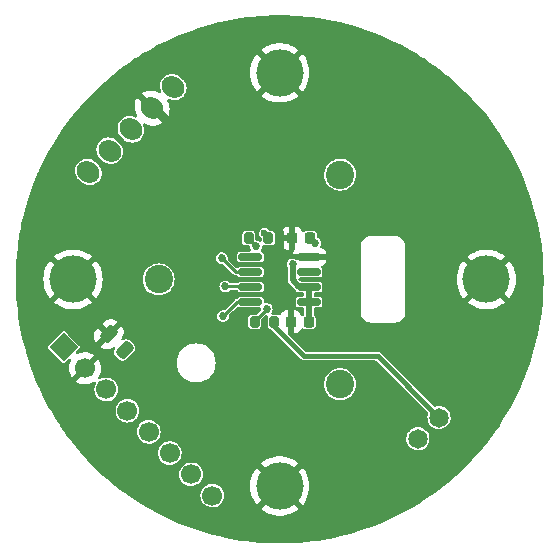
<source format=gtl>
%TF.GenerationSoftware,KiCad,Pcbnew,(6.0.8)*%
%TF.CreationDate,2022-10-29T05:30:09+02:00*%
%TF.ProjectId,view_base,76696577-5f62-4617-9365-2e6b69636164,rev?*%
%TF.SameCoordinates,Original*%
%TF.FileFunction,Copper,L1,Top*%
%TF.FilePolarity,Positive*%
%FSLAX46Y46*%
G04 Gerber Fmt 4.6, Leading zero omitted, Abs format (unit mm)*
G04 Created by KiCad (PCBNEW (6.0.8)) date 2022-10-29 05:30:09*
%MOMM*%
%LPD*%
G01*
G04 APERTURE LIST*
G04 Aperture macros list*
%AMRoundRect*
0 Rectangle with rounded corners*
0 $1 Rounding radius*
0 $2 $3 $4 $5 $6 $7 $8 $9 X,Y pos of 4 corners*
0 Add a 4 corners polygon primitive as box body*
4,1,4,$2,$3,$4,$5,$6,$7,$8,$9,$2,$3,0*
0 Add four circle primitives for the rounded corners*
1,1,$1+$1,$2,$3*
1,1,$1+$1,$4,$5*
1,1,$1+$1,$6,$7*
1,1,$1+$1,$8,$9*
0 Add four rect primitives between the rounded corners*
20,1,$1+$1,$2,$3,$4,$5,0*
20,1,$1+$1,$4,$5,$6,$7,0*
20,1,$1+$1,$6,$7,$8,$9,0*
20,1,$1+$1,$8,$9,$2,$3,0*%
%AMHorizOval*
0 Thick line with rounded ends*
0 $1 width*
0 $2 $3 position (X,Y) of the first rounded end (center of the circle)*
0 $4 $5 position (X,Y) of the second rounded end (center of the circle)*
0 Add line between two ends*
20,1,$1,$2,$3,$4,$5,0*
0 Add two circle primitives to create the rounded ends*
1,1,$1,$2,$3*
1,1,$1,$4,$5*%
%AMRotRect*
0 Rectangle, with rotation*
0 The origin of the aperture is its center*
0 $1 length*
0 $2 width*
0 $3 Rotation angle, in degrees counterclockwise*
0 Add horizontal line*
21,1,$1,$2,0,0,$3*%
G04 Aperture macros list end*
%TA.AperFunction,ComponentPad*%
%ADD10C,2.400000*%
%TD*%
%TA.AperFunction,ComponentPad*%
%ADD11C,4.000000*%
%TD*%
%TA.AperFunction,SMDPad,CuDef*%
%ADD12RoundRect,0.200000X0.200000X0.275000X-0.200000X0.275000X-0.200000X-0.275000X0.200000X-0.275000X0*%
%TD*%
%TA.AperFunction,SMDPad,CuDef*%
%ADD13RoundRect,0.200000X-0.200000X-0.275000X0.200000X-0.275000X0.200000X0.275000X-0.200000X0.275000X0*%
%TD*%
%TA.AperFunction,SMDPad,CuDef*%
%ADD14RoundRect,0.225000X-0.225000X-0.250000X0.225000X-0.250000X0.225000X0.250000X-0.225000X0.250000X0*%
%TD*%
%TA.AperFunction,SMDPad,CuDef*%
%ADD15RoundRect,0.250000X0.512652X0.159099X0.159099X0.512652X-0.512652X-0.159099X-0.159099X-0.512652X0*%
%TD*%
%TA.AperFunction,SMDPad,CuDef*%
%ADD16RoundRect,0.150000X0.825000X0.150000X-0.825000X0.150000X-0.825000X-0.150000X0.825000X-0.150000X0*%
%TD*%
%TA.AperFunction,ComponentPad*%
%ADD17C,1.651000*%
%TD*%
%TA.AperFunction,ComponentPad*%
%ADD18RotRect,1.700000X1.700000X225.000000*%
%TD*%
%TA.AperFunction,ComponentPad*%
%ADD19HorizOval,1.700000X0.000000X0.000000X0.000000X0.000000X0*%
%TD*%
%TA.AperFunction,ComponentPad*%
%ADD20HorizOval,1.727200X-0.107763X0.107763X0.107763X-0.107763X0*%
%TD*%
%TA.AperFunction,ViaPad*%
%ADD21C,0.600000*%
%TD*%
%TA.AperFunction,ViaPad*%
%ADD22C,0.685800*%
%TD*%
%TA.AperFunction,Conductor*%
%ADD23C,0.254000*%
%TD*%
%TA.AperFunction,Conductor*%
%ADD24C,0.400000*%
%TD*%
%TA.AperFunction,Conductor*%
%ADD25C,0.508000*%
%TD*%
G04 APERTURE END LIST*
D10*
%TO.P,H3,1,1*%
%TO.N,unconnected-(H3-Pad1)*%
X105125427Y-91122500D03*
%TD*%
%TO.P,H1,1,1*%
%TO.N,unconnected-(H1-Pad1)*%
X105125427Y-108877499D03*
%TD*%
%TO.P,H2,1,1*%
%TO.N,unconnected-(H2-Pad1)*%
X89749146Y-100000000D03*
%TD*%
D11*
%TO.P,H6,1,1*%
%TO.N,GND*%
X117500000Y-100000000D03*
%TD*%
D12*
%TO.P,R19,1*%
%TO.N,Net-(J9-Pad1)*%
X99525000Y-103600000D03*
%TO.P,R19,2*%
%TO.N,Net-(IC1-Pad12)*%
X97875000Y-103600000D03*
%TD*%
D11*
%TO.P,H5,1,1*%
%TO.N,GND*%
X100000000Y-117500000D03*
%TD*%
%TO.P,H7,1,1*%
%TO.N,GND*%
X82500000Y-100000000D03*
%TD*%
D13*
%TO.P,R20,1*%
%TO.N,Net-(IC1-Pad2)*%
X97375000Y-96500000D03*
%TO.P,R20,2*%
%TO.N,Net-(J9-Pad2)*%
X99025000Y-96500000D03*
%TD*%
D11*
%TO.P,H4,1,1*%
%TO.N,GND*%
X100000000Y-82500000D03*
%TD*%
D14*
%TO.P,C16,1*%
%TO.N,GND*%
X100925000Y-103600000D03*
%TO.P,C16,2*%
%TO.N,Net-(C15-Pad2)*%
X102475000Y-103600000D03*
%TD*%
D15*
%TO.P,C3,1*%
%TO.N,Net-(C3-Pad1)*%
X86871751Y-105971751D03*
%TO.P,C3,2*%
%TO.N,GND*%
X85528249Y-104628249D03*
%TD*%
D16*
%TO.P,U5,1,VDD*%
%TO.N,Net-(C15-Pad2)*%
X102475000Y-101905000D03*
%TO.P,U5,2,MODE*%
X102475000Y-100635000D03*
%TO.P,U5,3,ANALOG/PWM*%
%TO.N,unconnected-(U5-Pad3)*%
X102475000Y-99365000D03*
%TO.P,U5,4,GND*%
%TO.N,GND*%
X102475000Y-98095000D03*
%TO.P,U5,5,PUSH*%
%TO.N,unconnected-(U5-Pad5)*%
X97525000Y-98095000D03*
%TO.P,U5,6,A/U/SDA/DO*%
%TO.N,Net-(J7-Pad3)*%
X97525000Y-99365000D03*
%TO.P,U5,7,B/V/SCL/CLK*%
%TO.N,Net-(J7-Pad4)*%
X97525000Y-100635000D03*
%TO.P,U5,8,Z/W/CSN*%
%TO.N,Net-(J7-Pad5)*%
X97525000Y-101905000D03*
%TD*%
D14*
%TO.P,C15,1*%
%TO.N,GND*%
X101025000Y-96500000D03*
%TO.P,C15,2*%
%TO.N,Net-(C15-Pad2)*%
X102575000Y-96500000D03*
%TD*%
D17*
%TO.P,J9,1,Pin_1*%
%TO.N,Net-(J9-Pad1)*%
X113498026Y-111701974D03*
%TO.P,J9,2,Pin_2*%
%TO.N,Net-(J9-Pad2)*%
X111701974Y-113498026D03*
%TD*%
D18*
%TO.P,J5,1,Pin_1*%
%TO.N,Net-(C3-Pad1)*%
X81724427Y-105724427D03*
D19*
%TO.P,J5,2,Pin_2*%
%TO.N,GND*%
X83520478Y-107520478D03*
%TO.P,J5,3,Pin_3*%
%TO.N,Net-(J1-Pad3)*%
X85316529Y-109316529D03*
%TO.P,J5,4,Pin_4*%
%TO.N,Net-(J1-Pad4)*%
X87112581Y-111112581D03*
%TO.P,J5,5,Pin_5*%
%TO.N,Net-(J1-Pad5)*%
X88908632Y-112908632D03*
%TO.P,J5,6,Pin_6*%
%TO.N,Net-(J1-Pad6)*%
X90704683Y-114704683D03*
%TO.P,J5,7,Pin_7*%
%TO.N,Net-(J1-Pad7)*%
X92500734Y-116500734D03*
%TO.P,J5,8,Pin_8*%
%TO.N,Net-(J1-Pad8)*%
X94296786Y-118296786D03*
%TD*%
D20*
%TO.P,J7,1,Pin_1*%
%TO.N,Net-(C15-Pad2)*%
X90992102Y-83707898D03*
%TO.P,J7,2,Pin_2*%
%TO.N,GND*%
X89196051Y-85503949D03*
%TO.P,J7,3,Pin_3*%
%TO.N,Net-(J7-Pad3)*%
X87400000Y-87300000D03*
%TO.P,J7,4,Pin_4*%
%TO.N,Net-(J7-Pad4)*%
X85603949Y-89096051D03*
%TO.P,J7,5,Pin_5*%
%TO.N,Net-(J7-Pad5)*%
X83807898Y-90892102D03*
%TD*%
D21*
%TO.N,GND*%
X85438165Y-104650253D03*
D22*
X100000000Y-100000000D03*
%TO.N,Net-(IC1-Pad2)*%
X98000000Y-97200000D03*
%TO.N,Net-(IC1-Pad12)*%
X98900000Y-102500000D03*
%TO.N,Net-(C15-Pad2)*%
X103000000Y-96900000D03*
X101088059Y-98691400D03*
%TO.N,Net-(J7-Pad3)*%
X95100000Y-98200000D03*
%TO.N,Net-(J7-Pad4)*%
X95400000Y-100600000D03*
%TO.N,Net-(J7-Pad5)*%
X95200000Y-103100000D03*
D21*
%TO.N,Net-(C3-Pad1)*%
X86852379Y-106064467D03*
%TO.N,Net-(J9-Pad2)*%
X98700000Y-96100000D03*
%TD*%
D23*
%TO.N,GND*%
X101025000Y-96500000D02*
X101025000Y-97575000D01*
X100505000Y-98095000D02*
X102475000Y-98095000D01*
X100925000Y-103600000D02*
X100925000Y-100925000D01*
X100000000Y-100000000D02*
X100000000Y-98600000D01*
X100925000Y-100925000D02*
X100000000Y-100000000D01*
D24*
X100100000Y-96000000D02*
X100100000Y-99900000D01*
X100100000Y-99900000D02*
X100000000Y-100000000D01*
D23*
X100000000Y-98600000D02*
X100505000Y-98095000D01*
D24*
X89196051Y-85503949D02*
X89603949Y-85503949D01*
X89603949Y-85503949D02*
X100100000Y-96000000D01*
D23*
X101025000Y-97575000D02*
X100505000Y-98095000D01*
%TO.N,Net-(IC1-Pad2)*%
X97375000Y-96575000D02*
X98000000Y-97200000D01*
X97375000Y-96500000D02*
X97375000Y-96575000D01*
%TO.N,Net-(IC1-Pad12)*%
X98900000Y-102500000D02*
X97875000Y-103525000D01*
X98900000Y-102500000D02*
X98775000Y-102500000D01*
X97875000Y-103525000D02*
X97875000Y-103700000D01*
D25*
%TO.N,Net-(C15-Pad2)*%
X101088059Y-100063059D02*
X101660000Y-100635000D01*
D23*
X102600000Y-96500000D02*
X103000000Y-96900000D01*
D25*
X101660000Y-100635000D02*
X102475000Y-100635000D01*
X102475000Y-101905000D02*
X102475000Y-100635000D01*
D23*
X102575000Y-96500000D02*
X102600000Y-96500000D01*
D25*
X101088059Y-98691400D02*
X101088059Y-100063059D01*
X102475000Y-103600000D02*
X102475000Y-101905000D01*
D23*
%TO.N,Net-(J7-Pad3)*%
X95100000Y-98200000D02*
X96265000Y-99365000D01*
X96265000Y-99365000D02*
X97525000Y-99365000D01*
%TO.N,Net-(J7-Pad4)*%
X95400000Y-100600000D02*
X97490000Y-100600000D01*
X97490000Y-100600000D02*
X97525000Y-100635000D01*
%TO.N,Net-(J7-Pad5)*%
X95200000Y-103100000D02*
X96395000Y-101905000D01*
X96395000Y-101905000D02*
X97525000Y-101905000D01*
D24*
%TO.N,Net-(J9-Pad1)*%
X102100000Y-106500000D02*
X108296052Y-106500000D01*
X99525000Y-103600000D02*
X99525000Y-103925000D01*
X108296052Y-106500000D02*
X113498026Y-111701974D01*
X99525000Y-103925000D02*
X102100000Y-106500000D01*
%TO.N,Net-(J9-Pad2)*%
X99025000Y-96500000D02*
X99025000Y-96425000D01*
X99025000Y-96425000D02*
X98700000Y-96100000D01*
%TD*%
%TA.AperFunction,Conductor*%
%TO.N,GND*%
G36*
X100470702Y-77655513D02*
G01*
X101400696Y-77694491D01*
X101405954Y-77694822D01*
X101646927Y-77715057D01*
X102333536Y-77772713D01*
X102338785Y-77773265D01*
X102722758Y-77821772D01*
X103262259Y-77889927D01*
X103267463Y-77890695D01*
X104185279Y-78045932D01*
X104190452Y-78046918D01*
X104561670Y-78125823D01*
X105100967Y-78240454D01*
X105106105Y-78241660D01*
X106007663Y-78473141D01*
X106012746Y-78474560D01*
X106903853Y-78743601D01*
X106908872Y-78745232D01*
X107456683Y-78936000D01*
X107787914Y-79051346D01*
X107792838Y-79053177D01*
X108652147Y-79393401D01*
X108658325Y-79395847D01*
X108663190Y-79397892D01*
X109513544Y-79776495D01*
X109518319Y-79778742D01*
X110352069Y-80192619D01*
X110356746Y-80195064D01*
X111172446Y-80643499D01*
X111177016Y-80646138D01*
X111548894Y-80871355D01*
X111973217Y-81128334D01*
X111977651Y-81131148D01*
X112210761Y-81286026D01*
X112752961Y-81646263D01*
X112757295Y-81649275D01*
X113426473Y-82135461D01*
X113510352Y-82196403D01*
X113514554Y-82199592D01*
X114091238Y-82656666D01*
X114244043Y-82777778D01*
X114248107Y-82781140D01*
X114803647Y-83260670D01*
X114952731Y-83389356D01*
X114956653Y-83392887D01*
X115635192Y-84030077D01*
X115638963Y-84033769D01*
X115733790Y-84130603D01*
X116254604Y-84662440D01*
X116290256Y-84698847D01*
X116293861Y-84702687D01*
X116532265Y-84967462D01*
X116916687Y-85394406D01*
X116920136Y-85398401D01*
X117513476Y-86115627D01*
X117516754Y-86119762D01*
X118079543Y-86861210D01*
X118082625Y-86865453D01*
X118576561Y-87576132D01*
X118613875Y-87629820D01*
X118616785Y-87634201D01*
X118767342Y-87871440D01*
X119115547Y-88420123D01*
X119118281Y-88424637D01*
X119583692Y-89230753D01*
X119586235Y-89235378D01*
X120017492Y-90060297D01*
X120019838Y-90065024D01*
X120416155Y-90907240D01*
X120418302Y-90912061D01*
X120760210Y-91725425D01*
X120779016Y-91770163D01*
X120780952Y-91775053D01*
X121042257Y-92477680D01*
X121105425Y-92647534D01*
X121107160Y-92652518D01*
X121394798Y-93537780D01*
X121396323Y-93542832D01*
X121646636Y-94439352D01*
X121647949Y-94444464D01*
X121860508Y-95350713D01*
X121861605Y-95355875D01*
X121917687Y-95649866D01*
X122031406Y-96246000D01*
X122036024Y-96270210D01*
X122036901Y-96275393D01*
X122172537Y-97193910D01*
X122172881Y-97196241D01*
X122173541Y-97201461D01*
X122268426Y-98104239D01*
X122270843Y-98127233D01*
X122271283Y-98132475D01*
X122297268Y-98545500D01*
X122329730Y-99061466D01*
X122329951Y-99066739D01*
X122332200Y-99174086D01*
X122349386Y-99994525D01*
X122349445Y-99997361D01*
X122349445Y-100002626D01*
X122342659Y-100326574D01*
X122329951Y-100933261D01*
X122329730Y-100938534D01*
X122304872Y-101333639D01*
X122280937Y-101714086D01*
X122271284Y-101867509D01*
X122270844Y-101872757D01*
X122175622Y-102778743D01*
X122173543Y-102798522D01*
X122172884Y-102803736D01*
X122036904Y-103724587D01*
X122036028Y-103729769D01*
X121955451Y-104152170D01*
X121861605Y-104644125D01*
X121860508Y-104649287D01*
X121647949Y-105555536D01*
X121646636Y-105560648D01*
X121396323Y-106457168D01*
X121394798Y-106462220D01*
X121256648Y-106887405D01*
X121111257Y-107334874D01*
X121107160Y-107347482D01*
X121105428Y-107352456D01*
X120788501Y-108204651D01*
X120780959Y-108224930D01*
X120779023Y-108229820D01*
X120558090Y-108755398D01*
X120418302Y-109087939D01*
X120416155Y-109092760D01*
X120019838Y-109934976D01*
X120017492Y-109939703D01*
X119586235Y-110764622D01*
X119583692Y-110769247D01*
X119118281Y-111575363D01*
X119115547Y-111579877D01*
X118860450Y-111981845D01*
X118625362Y-112352285D01*
X118616795Y-112365784D01*
X118613885Y-112370165D01*
X118203421Y-112960745D01*
X118082627Y-113134545D01*
X118079543Y-113138790D01*
X117612817Y-113753680D01*
X117516754Y-113880238D01*
X117513476Y-113884373D01*
X116920136Y-114601599D01*
X116916687Y-114605594D01*
X116301476Y-115288856D01*
X116293868Y-115297305D01*
X116290263Y-115301146D01*
X115912112Y-115687301D01*
X115638963Y-115966231D01*
X115635192Y-115969923D01*
X114956653Y-116607113D01*
X114952732Y-116610643D01*
X114403293Y-117084907D01*
X114248109Y-117218858D01*
X114244046Y-117222220D01*
X113583338Y-117745890D01*
X113514556Y-117800406D01*
X113510355Y-117803595D01*
X112859286Y-118276624D01*
X112757295Y-118350725D01*
X112752961Y-118353737D01*
X111977651Y-118868852D01*
X111973217Y-118871666D01*
X111777288Y-118990325D01*
X111177016Y-119353862D01*
X111172446Y-119356501D01*
X110356746Y-119804936D01*
X110352069Y-119807381D01*
X109518319Y-120221258D01*
X109513544Y-120223505D01*
X108663190Y-120602108D01*
X108658325Y-120604153D01*
X107792838Y-120946823D01*
X107787914Y-120948654D01*
X107456683Y-121064000D01*
X106908872Y-121254768D01*
X106903853Y-121256399D01*
X106012746Y-121525440D01*
X106007663Y-121526859D01*
X105106105Y-121758340D01*
X105100967Y-121759546D01*
X104561670Y-121874177D01*
X104190452Y-121953082D01*
X104185279Y-121954068D01*
X103267463Y-122109305D01*
X103262259Y-122110073D01*
X102722758Y-122178228D01*
X102338785Y-122226735D01*
X102333536Y-122227287D01*
X101646927Y-122284943D01*
X101405954Y-122305178D01*
X101400696Y-122305509D01*
X100598918Y-122339113D01*
X100470701Y-122344487D01*
X100465425Y-122344598D01*
X99534575Y-122344598D01*
X99529299Y-122344487D01*
X99401082Y-122339113D01*
X98599304Y-122305509D01*
X98594046Y-122305178D01*
X98353073Y-122284943D01*
X97666464Y-122227287D01*
X97661215Y-122226735D01*
X97277242Y-122178228D01*
X96737741Y-122110073D01*
X96732537Y-122109305D01*
X95814721Y-121954068D01*
X95809548Y-121953082D01*
X95438330Y-121874177D01*
X94899033Y-121759546D01*
X94893895Y-121758340D01*
X93992337Y-121526859D01*
X93987254Y-121525440D01*
X93096147Y-121256399D01*
X93091128Y-121254768D01*
X92543317Y-121064000D01*
X92212086Y-120948654D01*
X92207162Y-120946823D01*
X91341675Y-120604153D01*
X91336810Y-120602108D01*
X90486456Y-120223505D01*
X90481681Y-120221258D01*
X89647931Y-119807381D01*
X89643254Y-119804936D01*
X88990328Y-119445987D01*
X98418721Y-119445987D01*
X98427548Y-119457605D01*
X98650281Y-119619430D01*
X98656961Y-119623670D01*
X98926572Y-119771890D01*
X98933707Y-119775247D01*
X99219770Y-119888508D01*
X99227296Y-119890953D01*
X99525279Y-119967462D01*
X99533050Y-119968945D01*
X99838278Y-120007503D01*
X99846169Y-120008000D01*
X100153831Y-120008000D01*
X100161722Y-120007503D01*
X100466950Y-119968945D01*
X100474721Y-119967462D01*
X100772704Y-119890953D01*
X100780230Y-119888508D01*
X101066293Y-119775247D01*
X101073428Y-119771890D01*
X101343039Y-119623670D01*
X101349719Y-119619430D01*
X101572823Y-119457336D01*
X101581246Y-119446413D01*
X101574342Y-119433552D01*
X100012812Y-117872022D01*
X99998868Y-117864408D01*
X99997035Y-117864539D01*
X99990420Y-117868790D01*
X98425334Y-119433876D01*
X98418721Y-119445987D01*
X88990328Y-119445987D01*
X88827554Y-119356501D01*
X88822984Y-119353862D01*
X88222712Y-118990325D01*
X88026783Y-118871666D01*
X88022349Y-118868852D01*
X87247039Y-118353737D01*
X87242705Y-118350725D01*
X87149144Y-118282749D01*
X93291543Y-118282749D01*
X93307961Y-118478269D01*
X93362044Y-118666877D01*
X93364862Y-118672360D01*
X93448909Y-118835899D01*
X93448912Y-118835903D01*
X93451730Y-118841387D01*
X93573604Y-118995155D01*
X93723024Y-119122321D01*
X93728402Y-119125327D01*
X93728404Y-119125328D01*
X93764718Y-119145623D01*
X93894299Y-119218043D01*
X94080904Y-119278675D01*
X94275732Y-119301907D01*
X94281867Y-119301435D01*
X94281869Y-119301435D01*
X94465220Y-119287327D01*
X94465224Y-119287326D01*
X94471362Y-119286854D01*
X94660342Y-119234089D01*
X94835475Y-119145623D01*
X94865301Y-119122321D01*
X94985239Y-119028615D01*
X94990089Y-119024826D01*
X95019870Y-118990325D01*
X95114271Y-118880959D01*
X95114271Y-118880958D01*
X95118295Y-118876297D01*
X95122529Y-118868845D01*
X95154430Y-118812688D01*
X95215211Y-118705695D01*
X95277144Y-118519518D01*
X95301735Y-118324857D01*
X95302127Y-118296786D01*
X95282980Y-118101514D01*
X95281199Y-118095615D01*
X95281198Y-118095610D01*
X95228051Y-117919579D01*
X95226270Y-117913680D01*
X95134156Y-117740439D01*
X95010147Y-117588388D01*
X94908088Y-117503958D01*
X97487290Y-117503958D01*
X97506607Y-117810994D01*
X97507600Y-117818855D01*
X97565246Y-118121046D01*
X97567217Y-118128723D01*
X97662284Y-118421309D01*
X97665199Y-118428672D01*
X97796189Y-118707041D01*
X97800001Y-118713974D01*
X97964851Y-118973736D01*
X97969495Y-118980129D01*
X98044497Y-119070790D01*
X98057014Y-119079245D01*
X98067752Y-119073038D01*
X99627978Y-117512812D01*
X99634356Y-117501132D01*
X100364408Y-117501132D01*
X100364539Y-117502965D01*
X100368790Y-117509580D01*
X101931145Y-119071935D01*
X101944407Y-119079177D01*
X101954512Y-119071988D01*
X102030505Y-118980129D01*
X102035149Y-118973736D01*
X102199999Y-118713974D01*
X102203811Y-118707041D01*
X102334801Y-118428672D01*
X102337716Y-118421309D01*
X102432783Y-118128723D01*
X102434754Y-118121046D01*
X102492400Y-117818855D01*
X102493393Y-117810994D01*
X102512710Y-117503958D01*
X102512710Y-117496042D01*
X102493393Y-117189006D01*
X102492400Y-117181145D01*
X102434754Y-116878954D01*
X102432783Y-116871277D01*
X102337716Y-116578691D01*
X102334801Y-116571328D01*
X102203811Y-116292959D01*
X102199999Y-116286026D01*
X102035149Y-116026264D01*
X102030505Y-116019871D01*
X101955503Y-115929210D01*
X101942986Y-115920755D01*
X101932248Y-115926962D01*
X100372022Y-117487188D01*
X100364408Y-117501132D01*
X99634356Y-117501132D01*
X99635592Y-117498868D01*
X99635461Y-117497035D01*
X99631210Y-117490420D01*
X98068855Y-115928065D01*
X98055593Y-115920823D01*
X98045488Y-115928012D01*
X97969495Y-116019871D01*
X97964851Y-116026264D01*
X97800001Y-116286026D01*
X97796189Y-116292959D01*
X97665199Y-116571328D01*
X97662284Y-116578691D01*
X97567217Y-116871277D01*
X97565246Y-116878954D01*
X97507600Y-117181145D01*
X97506607Y-117189006D01*
X97487290Y-117496042D01*
X97487290Y-117503958D01*
X94908088Y-117503958D01*
X94858966Y-117463321D01*
X94686371Y-117369999D01*
X94545102Y-117326269D01*
X94504825Y-117313801D01*
X94504822Y-117313800D01*
X94498938Y-117311979D01*
X94492813Y-117311335D01*
X94492812Y-117311335D01*
X94309933Y-117292113D01*
X94309932Y-117292113D01*
X94303805Y-117291469D01*
X94181169Y-117302630D01*
X94114545Y-117308693D01*
X94114544Y-117308693D01*
X94108404Y-117309252D01*
X94102490Y-117310993D01*
X94102488Y-117310993D01*
X93973520Y-117348951D01*
X93920179Y-117364650D01*
X93914714Y-117367507D01*
X93751758Y-117452698D01*
X93751754Y-117452701D01*
X93746298Y-117455553D01*
X93741498Y-117459413D01*
X93741497Y-117459413D01*
X93714998Y-117480719D01*
X93593386Y-117578497D01*
X93467266Y-117728802D01*
X93464302Y-117734194D01*
X93464299Y-117734198D01*
X93427901Y-117800406D01*
X93372742Y-117900740D01*
X93313414Y-118087764D01*
X93291543Y-118282749D01*
X87149144Y-118282749D01*
X87140714Y-118276624D01*
X86489645Y-117803595D01*
X86485444Y-117800406D01*
X86416662Y-117745890D01*
X85755954Y-117222220D01*
X85751891Y-117218858D01*
X85596708Y-117084907D01*
X85047268Y-116610643D01*
X85043347Y-116607113D01*
X84915117Y-116486697D01*
X91495491Y-116486697D01*
X91511909Y-116682217D01*
X91565992Y-116870825D01*
X91568810Y-116876308D01*
X91652857Y-117039847D01*
X91652860Y-117039851D01*
X91655678Y-117045335D01*
X91777552Y-117199103D01*
X91782245Y-117203097D01*
X91782246Y-117203098D01*
X91909425Y-117311335D01*
X91926972Y-117326269D01*
X91932350Y-117329275D01*
X91932352Y-117329276D01*
X91968666Y-117349571D01*
X92098247Y-117421991D01*
X92284852Y-117482623D01*
X92479680Y-117505855D01*
X92485815Y-117505383D01*
X92485817Y-117505383D01*
X92669168Y-117491275D01*
X92669172Y-117491274D01*
X92675310Y-117490802D01*
X92864290Y-117438037D01*
X93039423Y-117349571D01*
X93069249Y-117326269D01*
X93189187Y-117232563D01*
X93194037Y-117228774D01*
X93199693Y-117222222D01*
X93318219Y-117084907D01*
X93318219Y-117084906D01*
X93322243Y-117080245D01*
X93419159Y-116909643D01*
X93481092Y-116723466D01*
X93505683Y-116528805D01*
X93506075Y-116500734D01*
X93486928Y-116305462D01*
X93485147Y-116299563D01*
X93485146Y-116299558D01*
X93431999Y-116123527D01*
X93430218Y-116117628D01*
X93338104Y-115944387D01*
X93214095Y-115792336D01*
X93062914Y-115667269D01*
X92890319Y-115573947D01*
X92824546Y-115553587D01*
X98418754Y-115553587D01*
X98425658Y-115566448D01*
X99987188Y-117127978D01*
X100001132Y-117135592D01*
X100002965Y-117135461D01*
X100009580Y-117131210D01*
X101574666Y-115566124D01*
X101581279Y-115554013D01*
X101572452Y-115542395D01*
X101349719Y-115380570D01*
X101343039Y-115376330D01*
X101073428Y-115228110D01*
X101066293Y-115224753D01*
X100780230Y-115111492D01*
X100772704Y-115109047D01*
X100474721Y-115032538D01*
X100466950Y-115031055D01*
X100161722Y-114992497D01*
X100153831Y-114992000D01*
X99846169Y-114992000D01*
X99838278Y-114992497D01*
X99533050Y-115031055D01*
X99525279Y-115032538D01*
X99227296Y-115109047D01*
X99219770Y-115111492D01*
X98933707Y-115224753D01*
X98926572Y-115228110D01*
X98656961Y-115376330D01*
X98650281Y-115380570D01*
X98427177Y-115542664D01*
X98418754Y-115553587D01*
X92824546Y-115553587D01*
X92736154Y-115526225D01*
X92708773Y-115517749D01*
X92708770Y-115517748D01*
X92702886Y-115515927D01*
X92696761Y-115515283D01*
X92696760Y-115515283D01*
X92513881Y-115496061D01*
X92513880Y-115496061D01*
X92507753Y-115495417D01*
X92385117Y-115506578D01*
X92318493Y-115512641D01*
X92318492Y-115512641D01*
X92312352Y-115513200D01*
X92306438Y-115514941D01*
X92306436Y-115514941D01*
X92188231Y-115549731D01*
X92124127Y-115568598D01*
X92118662Y-115571455D01*
X91955706Y-115656646D01*
X91955702Y-115656649D01*
X91950246Y-115659501D01*
X91945446Y-115663361D01*
X91945445Y-115663361D01*
X91918944Y-115684668D01*
X91797334Y-115782445D01*
X91671214Y-115932750D01*
X91668250Y-115938142D01*
X91668247Y-115938146D01*
X91619804Y-116026264D01*
X91576690Y-116104688D01*
X91517362Y-116291712D01*
X91495491Y-116486697D01*
X84915117Y-116486697D01*
X84364808Y-115969923D01*
X84361037Y-115966231D01*
X84087888Y-115687301D01*
X83709737Y-115301146D01*
X83706132Y-115297305D01*
X83698525Y-115288856D01*
X83159894Y-114690646D01*
X89699440Y-114690646D01*
X89715858Y-114886166D01*
X89769941Y-115074774D01*
X89772759Y-115080257D01*
X89856806Y-115243796D01*
X89856809Y-115243800D01*
X89859627Y-115249284D01*
X89981501Y-115403052D01*
X89986194Y-115407046D01*
X89986195Y-115407047D01*
X90112971Y-115514941D01*
X90130921Y-115530218D01*
X90136299Y-115533224D01*
X90136301Y-115533225D01*
X90172615Y-115553520D01*
X90302196Y-115625940D01*
X90488801Y-115686572D01*
X90683629Y-115709804D01*
X90689764Y-115709332D01*
X90689766Y-115709332D01*
X90873117Y-115695224D01*
X90873121Y-115695223D01*
X90879259Y-115694751D01*
X91068239Y-115641986D01*
X91243372Y-115553520D01*
X91257612Y-115542395D01*
X91393136Y-115436512D01*
X91397986Y-115432723D01*
X91427767Y-115398222D01*
X91522168Y-115288856D01*
X91522168Y-115288855D01*
X91526192Y-115284194D01*
X91623108Y-115113592D01*
X91685041Y-114927415D01*
X91709632Y-114732754D01*
X91710024Y-114704683D01*
X91690877Y-114509411D01*
X91689096Y-114503512D01*
X91689095Y-114503507D01*
X91635948Y-114327476D01*
X91634167Y-114321577D01*
X91542053Y-114148336D01*
X91418044Y-113996285D01*
X91266863Y-113871218D01*
X91094268Y-113777896D01*
X90940103Y-113730174D01*
X90912722Y-113721698D01*
X90912719Y-113721697D01*
X90906835Y-113719876D01*
X90900710Y-113719232D01*
X90900709Y-113719232D01*
X90717830Y-113700010D01*
X90717829Y-113700010D01*
X90711702Y-113699366D01*
X90603755Y-113709190D01*
X90522442Y-113716590D01*
X90522441Y-113716590D01*
X90516301Y-113717149D01*
X90510387Y-113718890D01*
X90510385Y-113718890D01*
X90472046Y-113730174D01*
X90328076Y-113772547D01*
X90322611Y-113775404D01*
X90159655Y-113860595D01*
X90159651Y-113860598D01*
X90154195Y-113863450D01*
X90149395Y-113867310D01*
X90149394Y-113867310D01*
X90133315Y-113880238D01*
X90001283Y-113986394D01*
X89875163Y-114136699D01*
X89872199Y-114142091D01*
X89872196Y-114142095D01*
X89793496Y-114285250D01*
X89780639Y-114308637D01*
X89778778Y-114314504D01*
X89778777Y-114314506D01*
X89774663Y-114327476D01*
X89721311Y-114495661D01*
X89699440Y-114690646D01*
X83159894Y-114690646D01*
X83083313Y-114605594D01*
X83079864Y-114601599D01*
X82486524Y-113884373D01*
X82483246Y-113880238D01*
X82387183Y-113753680D01*
X81920457Y-113138790D01*
X81917373Y-113134545D01*
X81796579Y-112960745D01*
X81750604Y-112894595D01*
X87903389Y-112894595D01*
X87919807Y-113090115D01*
X87973890Y-113278723D01*
X87976708Y-113284206D01*
X88060755Y-113447745D01*
X88060758Y-113447749D01*
X88063576Y-113453233D01*
X88185450Y-113607001D01*
X88190143Y-113610995D01*
X88190144Y-113610996D01*
X88316920Y-113718890D01*
X88334870Y-113734167D01*
X88340248Y-113737173D01*
X88340250Y-113737174D01*
X88376564Y-113757469D01*
X88506145Y-113829889D01*
X88692750Y-113890521D01*
X88887578Y-113913753D01*
X88893713Y-113913281D01*
X88893715Y-113913281D01*
X89077066Y-113899173D01*
X89077070Y-113899172D01*
X89083208Y-113898700D01*
X89272188Y-113845935D01*
X89447321Y-113757469D01*
X89477147Y-113734167D01*
X89597085Y-113640461D01*
X89601935Y-113636672D01*
X89631716Y-113602171D01*
X89726117Y-113492805D01*
X89726117Y-113492804D01*
X89730141Y-113488143D01*
X89732305Y-113484333D01*
X110721348Y-113484333D01*
X110721864Y-113490477D01*
X110731649Y-113607001D01*
X110737364Y-113675065D01*
X110790122Y-113859054D01*
X110792940Y-113864536D01*
X110792941Y-113864540D01*
X110874792Y-114023805D01*
X110874795Y-114023809D01*
X110877612Y-114029291D01*
X110996502Y-114179293D01*
X111142263Y-114303345D01*
X111309343Y-114396723D01*
X111491378Y-114455870D01*
X111681435Y-114478533D01*
X111687570Y-114478061D01*
X111687572Y-114478061D01*
X111752536Y-114473062D01*
X111872275Y-114463849D01*
X112056627Y-114412376D01*
X112062129Y-114409597D01*
X112062131Y-114409596D01*
X112221970Y-114328856D01*
X112221972Y-114328855D01*
X112227471Y-114326077D01*
X112378299Y-114208237D01*
X112382325Y-114203573D01*
X112499337Y-114068014D01*
X112499338Y-114068012D01*
X112503366Y-114063346D01*
X112597908Y-113896922D01*
X112637502Y-113777896D01*
X112656379Y-113721151D01*
X112656380Y-113721148D01*
X112658324Y-113715303D01*
X112682314Y-113525409D01*
X112682696Y-113498026D01*
X112664018Y-113307536D01*
X112662237Y-113301637D01*
X112662236Y-113301632D01*
X112629628Y-113193630D01*
X112608697Y-113124302D01*
X112518838Y-112955303D01*
X112397866Y-112806976D01*
X112334226Y-112754328D01*
X112255137Y-112688900D01*
X112255134Y-112688898D01*
X112250387Y-112684971D01*
X112082019Y-112593935D01*
X111899176Y-112537335D01*
X111893055Y-112536692D01*
X111893052Y-112536691D01*
X111714949Y-112517972D01*
X111714948Y-112517972D01*
X111708821Y-112517328D01*
X111628262Y-112524659D01*
X111524344Y-112534116D01*
X111524341Y-112534117D01*
X111518205Y-112534675D01*
X111334589Y-112588716D01*
X111164967Y-112677393D01*
X111160166Y-112681253D01*
X111160163Y-112681255D01*
X111129724Y-112705729D01*
X111015799Y-112797327D01*
X111011840Y-112802045D01*
X111011839Y-112802046D01*
X110922402Y-112908632D01*
X110892767Y-112943950D01*
X110800558Y-113111679D01*
X110798697Y-113117546D01*
X110798696Y-113117548D01*
X110794682Y-113130202D01*
X110742683Y-113294122D01*
X110721348Y-113484333D01*
X89732305Y-113484333D01*
X89827057Y-113317541D01*
X89888990Y-113131364D01*
X89913581Y-112936703D01*
X89913973Y-112908632D01*
X89894826Y-112713360D01*
X89893045Y-112707461D01*
X89893044Y-112707456D01*
X89839897Y-112531425D01*
X89838116Y-112525526D01*
X89746002Y-112352285D01*
X89621993Y-112200234D01*
X89470812Y-112075167D01*
X89298217Y-111981845D01*
X89144052Y-111934123D01*
X89116671Y-111925647D01*
X89116668Y-111925646D01*
X89110784Y-111923825D01*
X89104659Y-111923181D01*
X89104658Y-111923181D01*
X88921779Y-111903959D01*
X88921778Y-111903959D01*
X88915651Y-111903315D01*
X88807715Y-111913138D01*
X88726391Y-111920539D01*
X88726390Y-111920539D01*
X88720250Y-111921098D01*
X88714336Y-111922839D01*
X88714334Y-111922839D01*
X88675995Y-111934123D01*
X88532025Y-111976496D01*
X88526560Y-111979353D01*
X88363604Y-112064544D01*
X88363600Y-112064547D01*
X88358144Y-112067399D01*
X88353344Y-112071259D01*
X88353343Y-112071259D01*
X88326842Y-112092566D01*
X88205232Y-112190343D01*
X88079112Y-112340648D01*
X88076148Y-112346040D01*
X88076145Y-112346044D01*
X88058352Y-112378410D01*
X87984588Y-112512586D01*
X87925260Y-112699610D01*
X87903389Y-112894595D01*
X81750604Y-112894595D01*
X81386115Y-112370165D01*
X81383205Y-112365784D01*
X81374639Y-112352285D01*
X81139550Y-111981845D01*
X80884453Y-111579877D01*
X80881719Y-111575363D01*
X80606428Y-111098544D01*
X86107338Y-111098544D01*
X86123756Y-111294064D01*
X86177839Y-111482672D01*
X86180657Y-111488155D01*
X86264704Y-111651694D01*
X86264707Y-111651698D01*
X86267525Y-111657182D01*
X86389399Y-111810950D01*
X86394092Y-111814944D01*
X86394093Y-111814945D01*
X86520869Y-111922839D01*
X86538819Y-111938116D01*
X86544197Y-111941122D01*
X86544199Y-111941123D01*
X86580513Y-111961418D01*
X86710094Y-112033838D01*
X86896699Y-112094470D01*
X87091527Y-112117702D01*
X87097662Y-112117230D01*
X87097664Y-112117230D01*
X87281015Y-112103122D01*
X87281019Y-112103121D01*
X87287157Y-112102649D01*
X87476137Y-112049884D01*
X87651270Y-111961418D01*
X87681096Y-111938116D01*
X87801034Y-111844410D01*
X87805884Y-111840621D01*
X87835665Y-111806120D01*
X87930066Y-111696754D01*
X87930066Y-111696753D01*
X87934090Y-111692092D01*
X87939735Y-111682156D01*
X87999105Y-111577645D01*
X88031006Y-111521490D01*
X88092939Y-111335313D01*
X88117530Y-111140652D01*
X88117922Y-111112581D01*
X88098775Y-110917309D01*
X88096994Y-110911410D01*
X88096993Y-110911405D01*
X88043846Y-110735374D01*
X88042065Y-110729475D01*
X87949951Y-110556234D01*
X87825942Y-110404183D01*
X87674761Y-110279116D01*
X87502166Y-110185794D01*
X87360897Y-110142064D01*
X87320620Y-110129596D01*
X87320617Y-110129595D01*
X87314733Y-110127774D01*
X87308608Y-110127130D01*
X87308607Y-110127130D01*
X87125728Y-110107908D01*
X87125727Y-110107908D01*
X87119600Y-110107264D01*
X86996964Y-110118425D01*
X86930340Y-110124488D01*
X86930339Y-110124488D01*
X86924199Y-110125047D01*
X86918285Y-110126788D01*
X86918283Y-110126788D01*
X86789315Y-110164746D01*
X86735974Y-110180445D01*
X86730509Y-110183302D01*
X86567553Y-110268493D01*
X86567549Y-110268496D01*
X86562093Y-110271348D01*
X86557293Y-110275208D01*
X86557292Y-110275208D01*
X86530793Y-110296514D01*
X86409181Y-110394292D01*
X86283061Y-110544597D01*
X86280097Y-110549989D01*
X86280094Y-110549993D01*
X86201394Y-110693148D01*
X86188537Y-110716535D01*
X86186676Y-110722402D01*
X86186675Y-110722404D01*
X86181530Y-110738623D01*
X86129209Y-110903559D01*
X86107338Y-111098544D01*
X80606428Y-111098544D01*
X80416308Y-110769247D01*
X80413765Y-110764622D01*
X79982508Y-109939703D01*
X79980162Y-109934976D01*
X79583845Y-109092760D01*
X79581698Y-109087939D01*
X79441910Y-108755398D01*
X79395642Y-108645331D01*
X82760455Y-108645331D01*
X82765736Y-108652385D01*
X82927234Y-108746757D01*
X82936520Y-108751207D01*
X83135479Y-108827181D01*
X83145377Y-108830057D01*
X83354073Y-108872516D01*
X83364301Y-108873735D01*
X83577128Y-108881540D01*
X83587414Y-108881073D01*
X83798663Y-108854012D01*
X83808740Y-108851870D01*
X84012733Y-108790669D01*
X84022320Y-108786911D01*
X84213573Y-108693217D01*
X84222423Y-108687942D01*
X84262820Y-108659127D01*
X84329894Y-108635853D01*
X84398902Y-108652537D01*
X84447936Y-108703881D01*
X84461427Y-108773584D01*
X84446403Y-108822407D01*
X84392485Y-108920483D01*
X84333157Y-109107507D01*
X84311286Y-109302492D01*
X84327704Y-109498012D01*
X84381787Y-109686620D01*
X84384605Y-109692103D01*
X84468652Y-109855642D01*
X84468655Y-109855646D01*
X84471473Y-109861130D01*
X84593347Y-110014898D01*
X84598040Y-110018892D01*
X84598041Y-110018893D01*
X84725220Y-110127130D01*
X84742767Y-110142064D01*
X84748145Y-110145070D01*
X84748147Y-110145071D01*
X84784461Y-110165366D01*
X84914042Y-110237786D01*
X85100647Y-110298418D01*
X85295475Y-110321650D01*
X85301610Y-110321178D01*
X85301612Y-110321178D01*
X85484963Y-110307070D01*
X85484967Y-110307069D01*
X85491105Y-110306597D01*
X85680085Y-110253832D01*
X85855218Y-110165366D01*
X85885044Y-110142064D01*
X86004982Y-110048358D01*
X86009832Y-110044569D01*
X86039613Y-110010068D01*
X86134014Y-109900702D01*
X86134014Y-109900701D01*
X86138038Y-109896040D01*
X86234954Y-109725438D01*
X86296887Y-109539261D01*
X86321478Y-109344600D01*
X86321870Y-109316529D01*
X86302723Y-109121257D01*
X86300942Y-109115358D01*
X86300941Y-109115353D01*
X86247794Y-108939322D01*
X86246013Y-108933423D01*
X86216278Y-108877499D01*
X103769768Y-108877499D01*
X103790364Y-109112907D01*
X103791788Y-109118221D01*
X103791788Y-109118222D01*
X103845868Y-109320052D01*
X103851524Y-109341162D01*
X103853846Y-109346142D01*
X103853847Y-109346144D01*
X103946629Y-109545113D01*
X103951392Y-109555328D01*
X104086932Y-109748900D01*
X104254026Y-109915994D01*
X104258534Y-109919151D01*
X104258537Y-109919153D01*
X104437650Y-110044569D01*
X104447597Y-110051534D01*
X104452579Y-110053857D01*
X104452584Y-110053860D01*
X104648187Y-110145071D01*
X104661764Y-110151402D01*
X104667072Y-110152824D01*
X104667074Y-110152825D01*
X104783318Y-110183972D01*
X104890019Y-110212562D01*
X105125427Y-110233158D01*
X105360835Y-110212562D01*
X105467536Y-110183972D01*
X105583780Y-110152825D01*
X105583782Y-110152824D01*
X105589090Y-110151402D01*
X105602667Y-110145071D01*
X105798270Y-110053860D01*
X105798275Y-110053857D01*
X105803257Y-110051534D01*
X105813204Y-110044569D01*
X105992317Y-109919153D01*
X105992320Y-109919151D01*
X105996828Y-109915994D01*
X106163922Y-109748900D01*
X106299462Y-109555328D01*
X106304226Y-109545113D01*
X106397007Y-109346144D01*
X106397008Y-109346142D01*
X106399330Y-109341162D01*
X106404987Y-109320052D01*
X106459066Y-109118222D01*
X106459066Y-109118221D01*
X106460490Y-109112907D01*
X106481086Y-108877499D01*
X106460490Y-108642091D01*
X106434109Y-108543635D01*
X106400753Y-108419146D01*
X106400752Y-108419144D01*
X106399330Y-108413836D01*
X106396267Y-108407268D01*
X106301785Y-108204651D01*
X106301783Y-108204648D01*
X106299462Y-108199670D01*
X106163922Y-108006098D01*
X105996828Y-107839004D01*
X105992320Y-107835847D01*
X105992317Y-107835845D01*
X105807766Y-107706621D01*
X105807763Y-107706619D01*
X105803257Y-107703464D01*
X105798275Y-107701141D01*
X105798270Y-107701138D01*
X105594072Y-107605919D01*
X105594071Y-107605918D01*
X105589090Y-107603596D01*
X105583782Y-107602174D01*
X105583780Y-107602173D01*
X105366150Y-107543860D01*
X105366149Y-107543860D01*
X105360835Y-107542436D01*
X105125427Y-107521840D01*
X104890019Y-107542436D01*
X104884705Y-107543860D01*
X104884704Y-107543860D01*
X104667074Y-107602173D01*
X104667072Y-107602174D01*
X104661764Y-107603596D01*
X104656784Y-107605918D01*
X104656782Y-107605919D01*
X104452579Y-107701141D01*
X104452576Y-107701143D01*
X104447598Y-107703464D01*
X104254026Y-107839004D01*
X104086932Y-108006098D01*
X103951392Y-108199670D01*
X103949071Y-108204648D01*
X103949069Y-108204651D01*
X103854587Y-108407268D01*
X103851524Y-108413836D01*
X103850102Y-108419144D01*
X103850101Y-108419146D01*
X103816745Y-108543635D01*
X103790364Y-108642091D01*
X103769768Y-108877499D01*
X86216278Y-108877499D01*
X86153899Y-108760182D01*
X86029890Y-108608131D01*
X85878709Y-108483064D01*
X85706114Y-108389742D01*
X85612398Y-108360732D01*
X85524568Y-108333544D01*
X85524565Y-108333543D01*
X85518681Y-108331722D01*
X85512556Y-108331078D01*
X85512555Y-108331078D01*
X85329676Y-108311856D01*
X85329675Y-108311856D01*
X85323548Y-108311212D01*
X85200912Y-108322373D01*
X85134288Y-108328436D01*
X85134287Y-108328436D01*
X85128147Y-108328995D01*
X85122233Y-108330736D01*
X85122231Y-108330736D01*
X84993263Y-108368694D01*
X84939922Y-108384393D01*
X84821185Y-108446467D01*
X84751551Y-108460301D01*
X84685490Y-108434291D01*
X84643978Y-108376695D01*
X84640195Y-108305800D01*
X84660488Y-108261280D01*
X84685483Y-108226496D01*
X84690791Y-108217661D01*
X84785148Y-108026745D01*
X84788947Y-108017150D01*
X84850854Y-107813393D01*
X84853033Y-107803312D01*
X84881068Y-107590365D01*
X84881587Y-107583690D01*
X84883050Y-107523842D01*
X84882856Y-107517124D01*
X84865259Y-107303082D01*
X84863574Y-107292902D01*
X84811692Y-107086353D01*
X84808372Y-107076602D01*
X84805965Y-107071067D01*
X91273329Y-107071067D01*
X91293712Y-107330061D01*
X91294866Y-107334868D01*
X91294867Y-107334874D01*
X91297894Y-107347482D01*
X91354360Y-107582677D01*
X91356253Y-107587248D01*
X91356254Y-107587250D01*
X91409243Y-107715175D01*
X91453779Y-107822695D01*
X91589521Y-108044207D01*
X91758244Y-108241756D01*
X91955793Y-108410479D01*
X92177305Y-108546221D01*
X92181875Y-108548114D01*
X92181879Y-108548116D01*
X92412750Y-108643746D01*
X92417323Y-108645640D01*
X92505657Y-108666847D01*
X92665126Y-108705133D01*
X92665132Y-108705134D01*
X92669939Y-108706288D01*
X92928933Y-108726671D01*
X93187927Y-108706288D01*
X93192734Y-108705134D01*
X93192740Y-108705133D01*
X93352209Y-108666847D01*
X93440543Y-108645640D01*
X93445116Y-108643746D01*
X93675987Y-108548116D01*
X93675991Y-108548114D01*
X93680561Y-108546221D01*
X93902073Y-108410479D01*
X94099622Y-108241756D01*
X94268345Y-108044207D01*
X94404087Y-107822695D01*
X94448624Y-107715175D01*
X94501612Y-107587250D01*
X94501613Y-107587248D01*
X94503506Y-107582677D01*
X94559972Y-107347482D01*
X94562999Y-107334874D01*
X94563000Y-107334868D01*
X94564154Y-107330061D01*
X94584537Y-107071067D01*
X94564154Y-106812073D01*
X94563000Y-106807266D01*
X94562999Y-106807260D01*
X94504661Y-106564269D01*
X94503506Y-106559457D01*
X94462192Y-106459716D01*
X94405982Y-106324013D01*
X94405980Y-106324009D01*
X94404087Y-106319439D01*
X94268345Y-106097927D01*
X94099622Y-105900378D01*
X93902073Y-105731655D01*
X93680561Y-105595913D01*
X93675991Y-105594020D01*
X93675987Y-105594018D01*
X93445116Y-105498388D01*
X93445114Y-105498387D01*
X93440543Y-105496494D01*
X93352209Y-105475287D01*
X93192740Y-105437001D01*
X93192734Y-105437000D01*
X93187927Y-105435846D01*
X92928933Y-105415463D01*
X92669939Y-105435846D01*
X92665132Y-105437000D01*
X92665126Y-105437001D01*
X92505657Y-105475287D01*
X92417323Y-105496494D01*
X92412752Y-105498387D01*
X92412750Y-105498388D01*
X92181879Y-105594018D01*
X92181875Y-105594020D01*
X92177305Y-105595913D01*
X91955793Y-105731655D01*
X91758244Y-105900378D01*
X91589521Y-106097927D01*
X91453779Y-106319439D01*
X91451886Y-106324009D01*
X91451884Y-106324013D01*
X91395674Y-106459716D01*
X91354360Y-106559457D01*
X91353205Y-106564269D01*
X91294867Y-106807260D01*
X91294866Y-106807266D01*
X91293712Y-106812073D01*
X91273329Y-107071067D01*
X84805965Y-107071067D01*
X84723450Y-106881292D01*
X84718583Y-106872217D01*
X84653541Y-106771675D01*
X84642855Y-106762473D01*
X84633290Y-106766876D01*
X82767215Y-108632951D01*
X82760455Y-108645331D01*
X79395642Y-108645331D01*
X79220977Y-108229820D01*
X79219041Y-108224930D01*
X79211500Y-108204651D01*
X78894572Y-107352456D01*
X78892840Y-107347482D01*
X78888744Y-107334874D01*
X78743352Y-106887405D01*
X78605202Y-106462220D01*
X78603677Y-106457168D01*
X78399092Y-105724427D01*
X80368898Y-105724427D01*
X80380578Y-105783149D01*
X80405447Y-105820367D01*
X81628487Y-107043407D01*
X81633633Y-107046846D01*
X81633636Y-107046848D01*
X81655383Y-107061379D01*
X81665705Y-107068276D01*
X81677880Y-107070698D01*
X81677881Y-107070698D01*
X81712255Y-107077535D01*
X81724427Y-107079956D01*
X81736599Y-107077535D01*
X81770973Y-107070698D01*
X81770974Y-107070698D01*
X81783149Y-107068276D01*
X81793471Y-107061379D01*
X81815218Y-107046848D01*
X81815221Y-107046846D01*
X81820367Y-107043407D01*
X82109543Y-106754231D01*
X82171855Y-106720205D01*
X82242670Y-106725270D01*
X82299506Y-106767817D01*
X82324317Y-106834337D01*
X82312926Y-106896376D01*
X82243816Y-107045261D01*
X82240253Y-107054948D01*
X82183342Y-107260159D01*
X82181411Y-107270278D01*
X82158780Y-107482052D01*
X82158528Y-107492341D01*
X82170787Y-107704955D01*
X82172223Y-107715175D01*
X82219043Y-107922924D01*
X82222123Y-107932753D01*
X82302248Y-108130081D01*
X82306891Y-108139272D01*
X82386938Y-108269898D01*
X82397394Y-108279358D01*
X82406172Y-108275574D01*
X84273867Y-106407879D01*
X84280888Y-106395022D01*
X84274089Y-106385691D01*
X84270032Y-106382996D01*
X84083595Y-106280077D01*
X84074183Y-106275847D01*
X83873437Y-106204758D01*
X83863467Y-106202124D01*
X83653805Y-106164779D01*
X83643551Y-106163809D01*
X83430594Y-106161206D01*
X83420310Y-106161926D01*
X83209799Y-106194139D01*
X83199771Y-106196528D01*
X82997346Y-106262690D01*
X82987836Y-106266687D01*
X82898947Y-106312960D01*
X82829287Y-106326673D01*
X82763272Y-106300548D01*
X82721861Y-106242879D01*
X82718202Y-106171977D01*
X82751672Y-106112102D01*
X83043407Y-105820367D01*
X83068276Y-105783149D01*
X83079956Y-105724427D01*
X83071288Y-105680848D01*
X84841190Y-105680848D01*
X84841321Y-105682681D01*
X84845572Y-105689296D01*
X84866472Y-105710196D01*
X84871295Y-105714545D01*
X84945925Y-105775144D01*
X84957436Y-105782566D01*
X85102837Y-105855220D01*
X85116511Y-105860170D01*
X85274310Y-105897325D01*
X85288755Y-105898997D01*
X85450871Y-105898856D01*
X85465307Y-105897160D01*
X85623044Y-105859727D01*
X85636709Y-105854754D01*
X85781995Y-105781842D01*
X85793478Y-105774413D01*
X85850408Y-105728064D01*
X85915864Y-105700567D01*
X85985795Y-105712823D01*
X86037998Y-105760941D01*
X86055900Y-105829643D01*
X86031895Y-105899837D01*
X85997802Y-105946760D01*
X85958599Y-106067417D01*
X85958599Y-106194283D01*
X85997802Y-106314940D01*
X86053615Y-106391759D01*
X86451743Y-106789886D01*
X86455747Y-106792795D01*
X86520536Y-106839869D01*
X86520538Y-106839870D01*
X86528562Y-106845700D01*
X86537997Y-106848766D01*
X86537998Y-106848766D01*
X86543698Y-106850618D01*
X86649219Y-106884903D01*
X86776085Y-106884903D01*
X86896742Y-106845700D01*
X86973561Y-106789887D01*
X87689886Y-106073561D01*
X87745700Y-105996742D01*
X87784903Y-105876085D01*
X87784903Y-105749219D01*
X87745700Y-105628562D01*
X87689887Y-105551743D01*
X87291759Y-105153616D01*
X87261959Y-105131964D01*
X87222966Y-105103633D01*
X87222964Y-105103632D01*
X87214940Y-105097802D01*
X87187321Y-105088828D01*
X87103719Y-105061665D01*
X87103720Y-105061665D01*
X87094283Y-105058599D01*
X86967417Y-105058599D01*
X86846760Y-105097802D01*
X86838740Y-105103629D01*
X86838736Y-105103631D01*
X86799739Y-105131964D01*
X86732871Y-105155823D01*
X86663720Y-105139742D01*
X86614239Y-105088828D01*
X86600140Y-105019245D01*
X86627864Y-104950603D01*
X86675140Y-104892381D01*
X86682566Y-104880864D01*
X86755220Y-104735463D01*
X86760170Y-104721789D01*
X86797325Y-104563990D01*
X86798997Y-104549545D01*
X86798856Y-104387429D01*
X86797160Y-104372993D01*
X86759727Y-104215256D01*
X86754754Y-104201591D01*
X86681842Y-104056305D01*
X86674413Y-104044822D01*
X86614524Y-103971261D01*
X86610233Y-103966508D01*
X86592526Y-103948802D01*
X86578585Y-103941190D01*
X86576750Y-103941321D01*
X86570136Y-103945572D01*
X84848804Y-105666904D01*
X84841190Y-105680848D01*
X83071288Y-105680848D01*
X83068276Y-105665705D01*
X83049760Y-105637994D01*
X83046848Y-105633636D01*
X83046846Y-105633633D01*
X83043407Y-105628487D01*
X82121873Y-104706953D01*
X84257501Y-104706953D01*
X84257642Y-104869069D01*
X84259338Y-104883505D01*
X84296771Y-105041242D01*
X84301744Y-105054907D01*
X84374656Y-105200193D01*
X84382085Y-105211676D01*
X84441974Y-105285237D01*
X84446265Y-105289990D01*
X84463972Y-105307696D01*
X84477913Y-105315308D01*
X84479748Y-105315177D01*
X84486362Y-105310926D01*
X85156227Y-104641061D01*
X85163841Y-104627117D01*
X85163710Y-104625284D01*
X85159459Y-104618669D01*
X84648693Y-104107903D01*
X84634749Y-104100289D01*
X84632916Y-104100420D01*
X84626301Y-104104671D01*
X84446302Y-104284670D01*
X84441953Y-104289493D01*
X84381354Y-104364123D01*
X84373932Y-104375634D01*
X84301278Y-104521035D01*
X84296328Y-104534709D01*
X84259173Y-104692508D01*
X84257501Y-104706953D01*
X82121873Y-104706953D01*
X81820367Y-104405447D01*
X81815221Y-104402008D01*
X81815218Y-104402006D01*
X81793471Y-104387475D01*
X81793470Y-104387475D01*
X81783149Y-104380578D01*
X81770974Y-104378156D01*
X81770973Y-104378156D01*
X81736599Y-104371319D01*
X81724427Y-104368898D01*
X81712255Y-104371319D01*
X81677881Y-104378156D01*
X81677880Y-104378156D01*
X81665705Y-104380578D01*
X81655384Y-104387475D01*
X81655383Y-104387475D01*
X81633636Y-104402006D01*
X81633633Y-104402008D01*
X81628487Y-104405447D01*
X80405447Y-105628487D01*
X80402008Y-105633633D01*
X80402006Y-105633636D01*
X80399094Y-105637994D01*
X80380578Y-105665705D01*
X80368898Y-105724427D01*
X78399092Y-105724427D01*
X78353364Y-105560648D01*
X78352051Y-105555536D01*
X78139492Y-104649287D01*
X78138395Y-104644125D01*
X78044549Y-104152170D01*
X77965353Y-103737011D01*
X85000288Y-103737011D01*
X85000420Y-103738847D01*
X85004669Y-103745459D01*
X85515437Y-104256227D01*
X85529381Y-104263841D01*
X85531214Y-104263710D01*
X85537829Y-104259459D01*
X86207694Y-103589594D01*
X86215308Y-103575650D01*
X86215177Y-103573817D01*
X86210926Y-103567202D01*
X86190026Y-103546302D01*
X86185203Y-103541953D01*
X86110573Y-103481354D01*
X86099062Y-103473932D01*
X85953661Y-103401278D01*
X85939987Y-103396328D01*
X85782188Y-103359173D01*
X85767743Y-103357501D01*
X85605627Y-103357642D01*
X85591191Y-103359338D01*
X85433454Y-103396771D01*
X85419789Y-103401744D01*
X85274503Y-103474656D01*
X85263020Y-103482085D01*
X85189470Y-103541965D01*
X85184696Y-103546275D01*
X85007899Y-103723073D01*
X85000288Y-103737011D01*
X77965353Y-103737011D01*
X77963972Y-103729769D01*
X77963096Y-103724587D01*
X77869965Y-103093910D01*
X94701563Y-103093910D01*
X94702727Y-103102812D01*
X94702727Y-103102815D01*
X94718429Y-103222888D01*
X94719889Y-103234050D01*
X94776810Y-103363413D01*
X94867751Y-103471600D01*
X94875222Y-103476573D01*
X94875223Y-103476574D01*
X94977928Y-103544941D01*
X94977931Y-103544942D01*
X94985401Y-103549915D01*
X94993965Y-103552591D01*
X94993968Y-103552592D01*
X95040732Y-103567202D01*
X95120303Y-103592062D01*
X95261612Y-103594652D01*
X95318319Y-103579192D01*
X95389309Y-103559838D01*
X95389311Y-103559837D01*
X95397968Y-103557477D01*
X95518409Y-103483526D01*
X95529204Y-103471600D01*
X95607226Y-103385403D01*
X95607227Y-103385402D01*
X95613254Y-103378743D01*
X95617353Y-103370284D01*
X95670963Y-103259632D01*
X95670963Y-103259631D01*
X95674877Y-103251553D01*
X95698325Y-103112179D01*
X95698474Y-103100000D01*
X95694127Y-103069642D01*
X95704271Y-102999373D01*
X95729759Y-102962686D01*
X96049935Y-102642510D01*
X96370513Y-102321931D01*
X96432826Y-102287906D01*
X96503641Y-102292970D01*
X96523114Y-102303076D01*
X96527287Y-102307241D01*
X96629673Y-102352506D01*
X96655354Y-102355500D01*
X98276978Y-102355500D01*
X98345099Y-102375502D01*
X98391592Y-102429158D01*
X98402969Y-102483038D01*
X98402945Y-102485036D01*
X98401563Y-102493910D01*
X98406477Y-102531485D01*
X98395477Y-102601625D01*
X98370636Y-102636919D01*
X98069960Y-102937595D01*
X98007648Y-102971621D01*
X97980865Y-102974500D01*
X97641782Y-102974500D01*
X97637232Y-102975170D01*
X97637229Y-102975170D01*
X97582574Y-102983216D01*
X97582573Y-102983216D01*
X97572888Y-102984642D01*
X97526835Y-103007253D01*
X97477493Y-103031478D01*
X97477491Y-103031479D01*
X97468145Y-103036068D01*
X97385707Y-103118650D01*
X97381134Y-103128006D01*
X97381133Y-103128007D01*
X97375433Y-103139668D01*
X97334464Y-103223482D01*
X97324500Y-103291782D01*
X97324500Y-103908218D01*
X97325170Y-103912768D01*
X97325170Y-103912771D01*
X97333216Y-103967426D01*
X97334642Y-103977112D01*
X97338958Y-103985902D01*
X97373524Y-104056305D01*
X97386068Y-104081855D01*
X97423200Y-104118922D01*
X97456908Y-104152571D01*
X97468650Y-104164293D01*
X97573482Y-104215536D01*
X97603973Y-104219984D01*
X97637256Y-104224840D01*
X97637260Y-104224840D01*
X97641782Y-104225500D01*
X98108218Y-104225500D01*
X98112768Y-104224830D01*
X98112771Y-104224830D01*
X98167426Y-104216784D01*
X98167427Y-104216784D01*
X98177112Y-104215358D01*
X98271804Y-104168867D01*
X98272507Y-104168522D01*
X98272509Y-104168521D01*
X98281855Y-104163932D01*
X98364293Y-104081350D01*
X98369319Y-104071069D01*
X98411240Y-103985306D01*
X98415536Y-103976518D01*
X98425500Y-103908218D01*
X98425500Y-103419135D01*
X98445502Y-103351014D01*
X98462405Y-103330040D01*
X98762876Y-103029569D01*
X98825188Y-102995543D01*
X98854280Y-102992685D01*
X98897376Y-102993475D01*
X98965119Y-103014722D01*
X99010621Y-103069221D01*
X99019435Y-103139668D01*
X99008269Y-103174783D01*
X98984464Y-103223482D01*
X98974500Y-103291782D01*
X98974500Y-103908218D01*
X98975170Y-103912768D01*
X98975170Y-103912771D01*
X98983216Y-103967426D01*
X98984642Y-103977112D01*
X98988958Y-103985902D01*
X99023524Y-104056305D01*
X99036068Y-104081855D01*
X99073200Y-104118922D01*
X99106908Y-104152571D01*
X99118650Y-104164293D01*
X99223482Y-104215536D01*
X99287189Y-104224830D01*
X99291782Y-104225500D01*
X99291571Y-104226946D01*
X99352120Y-104249592D01*
X99365615Y-104261297D01*
X101816215Y-106711896D01*
X101828297Y-106726855D01*
X101831527Y-106730404D01*
X101837175Y-106739152D01*
X101845352Y-106745598D01*
X101861090Y-106758005D01*
X101865020Y-106761498D01*
X101865108Y-106761394D01*
X101869072Y-106764753D01*
X101872747Y-106768428D01*
X101876972Y-106771448D01*
X101876974Y-106771449D01*
X101887059Y-106778656D01*
X101891805Y-106782219D01*
X101899041Y-106787923D01*
X101928811Y-106811392D01*
X101936787Y-106814193D01*
X101943669Y-106819111D01*
X101988836Y-106832619D01*
X101994442Y-106834441D01*
X102031423Y-106847428D01*
X102031429Y-106847429D01*
X102038906Y-106850055D01*
X102044044Y-106850500D01*
X102046763Y-106850500D01*
X102048945Y-106850595D01*
X102049480Y-106850755D01*
X102049479Y-106850782D01*
X102049597Y-106850789D01*
X102055464Y-106852544D01*
X102105019Y-106850597D01*
X102109966Y-106850500D01*
X108098680Y-106850500D01*
X108166801Y-106870502D01*
X108187775Y-106887405D01*
X112547108Y-111246738D01*
X112581134Y-111309050D01*
X112578115Y-111373929D01*
X112538735Y-111498070D01*
X112517400Y-111688281D01*
X112518257Y-111698487D01*
X112527701Y-111810950D01*
X112533416Y-111879013D01*
X112586174Y-112063002D01*
X112588992Y-112068484D01*
X112588993Y-112068488D01*
X112670844Y-112227753D01*
X112670847Y-112227757D01*
X112673664Y-112233239D01*
X112792554Y-112383241D01*
X112938315Y-112507293D01*
X112943693Y-112510299D01*
X112943695Y-112510300D01*
X112995327Y-112539156D01*
X113105395Y-112600671D01*
X113287430Y-112659818D01*
X113477487Y-112682481D01*
X113483622Y-112682009D01*
X113483624Y-112682009D01*
X113548588Y-112677010D01*
X113668327Y-112667797D01*
X113852679Y-112616324D01*
X113858181Y-112613545D01*
X113858183Y-112613544D01*
X114018022Y-112532804D01*
X114018024Y-112532803D01*
X114023523Y-112530025D01*
X114174351Y-112412185D01*
X114178377Y-112407521D01*
X114295389Y-112271962D01*
X114295390Y-112271960D01*
X114299418Y-112267294D01*
X114393960Y-112100870D01*
X114440349Y-111961418D01*
X114452431Y-111925099D01*
X114452432Y-111925096D01*
X114454376Y-111919251D01*
X114469344Y-111800770D01*
X114477924Y-111732857D01*
X114477924Y-111732854D01*
X114478366Y-111729357D01*
X114478748Y-111701974D01*
X114460070Y-111511484D01*
X114458289Y-111505585D01*
X114458288Y-111505580D01*
X114406530Y-111334150D01*
X114404749Y-111328250D01*
X114394540Y-111309050D01*
X114317784Y-111164693D01*
X114317782Y-111164690D01*
X114314890Y-111159251D01*
X114193918Y-111010924D01*
X114130278Y-110958276D01*
X114051189Y-110892848D01*
X114051186Y-110892846D01*
X114046439Y-110888919D01*
X113878071Y-110797883D01*
X113695228Y-110741283D01*
X113689107Y-110740640D01*
X113689104Y-110740639D01*
X113511001Y-110721920D01*
X113511000Y-110721920D01*
X113504873Y-110721276D01*
X113424314Y-110728607D01*
X113320396Y-110738064D01*
X113320393Y-110738065D01*
X113314257Y-110738623D01*
X113308346Y-110740363D01*
X113308339Y-110740364D01*
X113166682Y-110782056D01*
X113095686Y-110782102D01*
X113042012Y-110750278D01*
X108579835Y-106288101D01*
X108567757Y-106273147D01*
X108564525Y-106269595D01*
X108558877Y-106260848D01*
X108534966Y-106241998D01*
X108531031Y-106238501D01*
X108530943Y-106238605D01*
X108526984Y-106235250D01*
X108523306Y-106231572D01*
X108519081Y-106228553D01*
X108519073Y-106228546D01*
X108508972Y-106221328D01*
X108504225Y-106217764D01*
X108486409Y-106203719D01*
X108467241Y-106188608D01*
X108459265Y-106185807D01*
X108452383Y-106180889D01*
X108407216Y-106167381D01*
X108401610Y-106165559D01*
X108364629Y-106152572D01*
X108364623Y-106152571D01*
X108357146Y-106149945D01*
X108352008Y-106149500D01*
X108349289Y-106149500D01*
X108347107Y-106149405D01*
X108346572Y-106149245D01*
X108346573Y-106149218D01*
X108346455Y-106149211D01*
X108340588Y-106147456D01*
X108291033Y-106149403D01*
X108286086Y-106149500D01*
X102297372Y-106149500D01*
X102229251Y-106129498D01*
X102208277Y-106112595D01*
X100707905Y-104612223D01*
X100673879Y-104549911D01*
X100671000Y-104523128D01*
X100671000Y-102635115D01*
X100666525Y-102619876D01*
X100665135Y-102618671D01*
X100657452Y-102617000D01*
X100654562Y-102617000D01*
X100648047Y-102617337D01*
X100555943Y-102626894D01*
X100542544Y-102629788D01*
X100393893Y-102679381D01*
X100380714Y-102685555D01*
X100247827Y-102767788D01*
X100236426Y-102776824D01*
X100126014Y-102887429D01*
X100117002Y-102898840D01*
X100069134Y-102976496D01*
X100016361Y-103023989D01*
X99946290Y-103035413D01*
X99906541Y-103023580D01*
X99873139Y-103007253D01*
X99826518Y-102984464D01*
X99796027Y-102980016D01*
X99762744Y-102975160D01*
X99762740Y-102975160D01*
X99758218Y-102974500D01*
X99416650Y-102974500D01*
X99348529Y-102954498D01*
X99302036Y-102900842D01*
X99291932Y-102830568D01*
X99310932Y-102781308D01*
X99313254Y-102778743D01*
X99318943Y-102767002D01*
X99370963Y-102659632D01*
X99370963Y-102659631D01*
X99374877Y-102651553D01*
X99398325Y-102512179D01*
X99398474Y-102500000D01*
X99386069Y-102413379D01*
X99379711Y-102368981D01*
X99379710Y-102368978D01*
X99378438Y-102360095D01*
X99319941Y-102231437D01*
X99227684Y-102124368D01*
X99109086Y-102047497D01*
X99100486Y-102044925D01*
X98982280Y-102009573D01*
X98982278Y-102009573D01*
X98973679Y-102007001D01*
X98964704Y-102006946D01*
X98964703Y-102006946D01*
X98903989Y-102006575D01*
X98832349Y-102006138D01*
X98811125Y-102012204D01*
X98740131Y-102011692D01*
X98680683Y-101972879D01*
X98651656Y-101908087D01*
X98650500Y-101891055D01*
X98650500Y-101710354D01*
X98647382Y-101684154D01*
X98622957Y-101629164D01*
X98606663Y-101592482D01*
X98601939Y-101581847D01*
X98522713Y-101502759D01*
X98512076Y-101498056D01*
X98512074Y-101498055D01*
X98452538Y-101471735D01*
X98420327Y-101457494D01*
X98394646Y-101454500D01*
X96655354Y-101454500D01*
X96651650Y-101454941D01*
X96651647Y-101454941D01*
X96644254Y-101455821D01*
X96629154Y-101457618D01*
X96526847Y-101503061D01*
X96447759Y-101582287D01*
X96446903Y-101581433D01*
X96401038Y-101618887D01*
X96356789Y-101628705D01*
X96332936Y-101629600D01*
X96322247Y-101634192D01*
X96315094Y-101635804D01*
X96311654Y-101636849D01*
X96304808Y-101639491D01*
X96293370Y-101641621D01*
X96274599Y-101653192D01*
X96258223Y-101661699D01*
X96237954Y-101670407D01*
X96233447Y-101674109D01*
X96231255Y-101676301D01*
X96228992Y-101678353D01*
X96228740Y-101678075D01*
X96223869Y-101681926D01*
X96223889Y-101681948D01*
X96215272Y-101689762D01*
X96205369Y-101695866D01*
X96190468Y-101715462D01*
X96179272Y-101728284D01*
X95337614Y-102569941D01*
X95275302Y-102603966D01*
X95247752Y-102606843D01*
X95132349Y-102606138D01*
X94996458Y-102644976D01*
X94988871Y-102649763D01*
X94988869Y-102649764D01*
X94942772Y-102678849D01*
X94876929Y-102720393D01*
X94783372Y-102826326D01*
X94723307Y-102954260D01*
X94721927Y-102963124D01*
X94721926Y-102963127D01*
X94705342Y-103069642D01*
X94701563Y-103093910D01*
X77869965Y-103093910D01*
X77827116Y-102803736D01*
X77826457Y-102798522D01*
X77824379Y-102778743D01*
X77736853Y-101945987D01*
X80918721Y-101945987D01*
X80927548Y-101957605D01*
X81150281Y-102119430D01*
X81156961Y-102123670D01*
X81426572Y-102271890D01*
X81433707Y-102275247D01*
X81719770Y-102388508D01*
X81727296Y-102390953D01*
X82025279Y-102467462D01*
X82033050Y-102468945D01*
X82338278Y-102507503D01*
X82346169Y-102508000D01*
X82653831Y-102508000D01*
X82661722Y-102507503D01*
X82966950Y-102468945D01*
X82974721Y-102467462D01*
X83272704Y-102390953D01*
X83280230Y-102388508D01*
X83566293Y-102275247D01*
X83573428Y-102271890D01*
X83843039Y-102123670D01*
X83849719Y-102119430D01*
X84072823Y-101957336D01*
X84081246Y-101946413D01*
X84074342Y-101933552D01*
X82512812Y-100372022D01*
X82498868Y-100364408D01*
X82497035Y-100364539D01*
X82490420Y-100368790D01*
X80925334Y-101933876D01*
X80918721Y-101945987D01*
X77736853Y-101945987D01*
X77729156Y-101872757D01*
X77728716Y-101867509D01*
X77719064Y-101714086D01*
X77695128Y-101333639D01*
X77670270Y-100938534D01*
X77670049Y-100933261D01*
X77657341Y-100326574D01*
X77650583Y-100003958D01*
X79987290Y-100003958D01*
X80006607Y-100310994D01*
X80007600Y-100318855D01*
X80065246Y-100621046D01*
X80067217Y-100628723D01*
X80162284Y-100921309D01*
X80165199Y-100928672D01*
X80296189Y-101207041D01*
X80300001Y-101213974D01*
X80464851Y-101473736D01*
X80469495Y-101480129D01*
X80544497Y-101570790D01*
X80557014Y-101579245D01*
X80567752Y-101573038D01*
X82127978Y-100012812D01*
X82134356Y-100001132D01*
X82864408Y-100001132D01*
X82864539Y-100002965D01*
X82868790Y-100009580D01*
X84431145Y-101571935D01*
X84444407Y-101579177D01*
X84454512Y-101571988D01*
X84530505Y-101480129D01*
X84535149Y-101473736D01*
X84699999Y-101213974D01*
X84703811Y-101207041D01*
X84834801Y-100928672D01*
X84837716Y-100921309D01*
X84932783Y-100628723D01*
X84934754Y-100621046D01*
X84992400Y-100318855D01*
X84993393Y-100310994D01*
X85012710Y-100003958D01*
X85012710Y-100000000D01*
X88393487Y-100000000D01*
X88414083Y-100235408D01*
X88415507Y-100240722D01*
X88415507Y-100240723D01*
X88472724Y-100454260D01*
X88475243Y-100463663D01*
X88477565Y-100468643D01*
X88477566Y-100468645D01*
X88535979Y-100593910D01*
X88575111Y-100677829D01*
X88710651Y-100871401D01*
X88877745Y-101038495D01*
X88882253Y-101041652D01*
X88882256Y-101041654D01*
X89050069Y-101159158D01*
X89071316Y-101174035D01*
X89076298Y-101176358D01*
X89076303Y-101176361D01*
X89280501Y-101271580D01*
X89285483Y-101273903D01*
X89290791Y-101275325D01*
X89290793Y-101275326D01*
X89489244Y-101328500D01*
X89513738Y-101335063D01*
X89749146Y-101355659D01*
X89984554Y-101335063D01*
X90009048Y-101328500D01*
X90207499Y-101275326D01*
X90207501Y-101275325D01*
X90212809Y-101273903D01*
X90217791Y-101271580D01*
X90421989Y-101176361D01*
X90421994Y-101176358D01*
X90426976Y-101174035D01*
X90448223Y-101159158D01*
X90616036Y-101041654D01*
X90616039Y-101041652D01*
X90620547Y-101038495D01*
X90787641Y-100871401D01*
X90923181Y-100677829D01*
X90962314Y-100593910D01*
X94901563Y-100593910D01*
X94902727Y-100602812D01*
X94902727Y-100602815D01*
X94912537Y-100677829D01*
X94919889Y-100734050D01*
X94976810Y-100863413D01*
X94992319Y-100881863D01*
X95056448Y-100958153D01*
X95067751Y-100971600D01*
X95075222Y-100976573D01*
X95075223Y-100976574D01*
X95177928Y-101044941D01*
X95177931Y-101044942D01*
X95185401Y-101049915D01*
X95193965Y-101052591D01*
X95193968Y-101052592D01*
X95252852Y-101070988D01*
X95320303Y-101092062D01*
X95461612Y-101094652D01*
X95520695Y-101078544D01*
X95589309Y-101059838D01*
X95589311Y-101059837D01*
X95597968Y-101057477D01*
X95718409Y-100983526D01*
X95768061Y-100928672D01*
X95776865Y-100918945D01*
X95837408Y-100881863D01*
X95870280Y-100877500D01*
X96330333Y-100877500D01*
X96398454Y-100897502D01*
X96434468Y-100939504D01*
X96436750Y-100937935D01*
X96443338Y-100947521D01*
X96448061Y-100958153D01*
X96527287Y-101037241D01*
X96537924Y-101041944D01*
X96537926Y-101041945D01*
X96597462Y-101068265D01*
X96629673Y-101082506D01*
X96655354Y-101085500D01*
X98394646Y-101085500D01*
X98398350Y-101085059D01*
X98398353Y-101085059D01*
X98405746Y-101084179D01*
X98420846Y-101082382D01*
X98476916Y-101057477D01*
X98512518Y-101041663D01*
X98523153Y-101036939D01*
X98602241Y-100957713D01*
X98610292Y-100939504D01*
X98643675Y-100863992D01*
X98647506Y-100855327D01*
X98650500Y-100829646D01*
X98650500Y-100440354D01*
X98647382Y-100414154D01*
X98608481Y-100326574D01*
X98606663Y-100322482D01*
X98601939Y-100311847D01*
X98522713Y-100232759D01*
X98512076Y-100228056D01*
X98512074Y-100228055D01*
X98445102Y-100198447D01*
X98420327Y-100187494D01*
X98394646Y-100184500D01*
X96655354Y-100184500D01*
X96651650Y-100184941D01*
X96651647Y-100184941D01*
X96644254Y-100185821D01*
X96629154Y-100187618D01*
X96620514Y-100191456D01*
X96620513Y-100191456D01*
X96540220Y-100227121D01*
X96526847Y-100233061D01*
X96518628Y-100241294D01*
X96518627Y-100241295D01*
X96474481Y-100285518D01*
X96412198Y-100319597D01*
X96385308Y-100322500D01*
X95869994Y-100322500D01*
X95801873Y-100302498D01*
X95774541Y-100278748D01*
X95740770Y-100239555D01*
X95727684Y-100224368D01*
X95640058Y-100167572D01*
X95616620Y-100152380D01*
X95616619Y-100152379D01*
X95609086Y-100147497D01*
X95592411Y-100142510D01*
X95482280Y-100109573D01*
X95482278Y-100109573D01*
X95473679Y-100107001D01*
X95464704Y-100106946D01*
X95464703Y-100106946D01*
X95403989Y-100106575D01*
X95332349Y-100106138D01*
X95196458Y-100144976D01*
X95188871Y-100149763D01*
X95188869Y-100149764D01*
X95130645Y-100186501D01*
X95076929Y-100220393D01*
X94983372Y-100326326D01*
X94979558Y-100334449D01*
X94979557Y-100334451D01*
X94965431Y-100364539D01*
X94923307Y-100454260D01*
X94901563Y-100593910D01*
X90962314Y-100593910D01*
X91020726Y-100468645D01*
X91020727Y-100468643D01*
X91023049Y-100463663D01*
X91025569Y-100454260D01*
X91082785Y-100240723D01*
X91082785Y-100240722D01*
X91084209Y-100235408D01*
X91104805Y-100000000D01*
X91084209Y-99764592D01*
X91063794Y-99688402D01*
X91024472Y-99541647D01*
X91024471Y-99541645D01*
X91023049Y-99536337D01*
X90923181Y-99322171D01*
X90787641Y-99128599D01*
X90620547Y-98961505D01*
X90616039Y-98958348D01*
X90616036Y-98958346D01*
X90431485Y-98829122D01*
X90431482Y-98829120D01*
X90426976Y-98825965D01*
X90421994Y-98823642D01*
X90421989Y-98823639D01*
X90217791Y-98728420D01*
X90217790Y-98728419D01*
X90212809Y-98726097D01*
X90207501Y-98724675D01*
X90207499Y-98724674D01*
X89989869Y-98666361D01*
X89989868Y-98666361D01*
X89984554Y-98664937D01*
X89749146Y-98644341D01*
X89513738Y-98664937D01*
X89508424Y-98666361D01*
X89508423Y-98666361D01*
X89290793Y-98724674D01*
X89290791Y-98724675D01*
X89285483Y-98726097D01*
X89280503Y-98728419D01*
X89280501Y-98728420D01*
X89076298Y-98823642D01*
X89076295Y-98823644D01*
X89071317Y-98825965D01*
X88877745Y-98961505D01*
X88710651Y-99128599D01*
X88575111Y-99322171D01*
X88475243Y-99536337D01*
X88473821Y-99541645D01*
X88473820Y-99541647D01*
X88434498Y-99688402D01*
X88414083Y-99764592D01*
X88393487Y-100000000D01*
X85012710Y-100000000D01*
X85012710Y-99996042D01*
X84993393Y-99689006D01*
X84992400Y-99681145D01*
X84934754Y-99378954D01*
X84932783Y-99371277D01*
X84837716Y-99078691D01*
X84834801Y-99071328D01*
X84703811Y-98792959D01*
X84699999Y-98786026D01*
X84535149Y-98526264D01*
X84530505Y-98519871D01*
X84455503Y-98429210D01*
X84442986Y-98420755D01*
X84432248Y-98426962D01*
X82872022Y-99987188D01*
X82864408Y-100001132D01*
X82134356Y-100001132D01*
X82135592Y-99998868D01*
X82135461Y-99997035D01*
X82131210Y-99990420D01*
X80568855Y-98428065D01*
X80555593Y-98420823D01*
X80545488Y-98428012D01*
X80469495Y-98519871D01*
X80464851Y-98526264D01*
X80300001Y-98786026D01*
X80296189Y-98792959D01*
X80165199Y-99071328D01*
X80162284Y-99078691D01*
X80067217Y-99371277D01*
X80065246Y-99378954D01*
X80007600Y-99681145D01*
X80006607Y-99689006D01*
X79987290Y-99996042D01*
X79987290Y-100003958D01*
X77650583Y-100003958D01*
X77650555Y-100002626D01*
X77650555Y-99997361D01*
X77650615Y-99994525D01*
X77667800Y-99174086D01*
X77670049Y-99066739D01*
X77670270Y-99061466D01*
X77702732Y-98545500D01*
X77728717Y-98132475D01*
X77729157Y-98127233D01*
X77731574Y-98104239D01*
X77736898Y-98053587D01*
X80918754Y-98053587D01*
X80925658Y-98066448D01*
X82487188Y-99627978D01*
X82501132Y-99635592D01*
X82502965Y-99635461D01*
X82509580Y-99631210D01*
X83946880Y-98193910D01*
X94601563Y-98193910D01*
X94602727Y-98202812D01*
X94602727Y-98202815D01*
X94618638Y-98324487D01*
X94619889Y-98334050D01*
X94676810Y-98463413D01*
X94682586Y-98470284D01*
X94753400Y-98554527D01*
X94767751Y-98571600D01*
X94775222Y-98576573D01*
X94775223Y-98576574D01*
X94877928Y-98644941D01*
X94877931Y-98644942D01*
X94885401Y-98649915D01*
X94893965Y-98652591D01*
X94893968Y-98652592D01*
X94952852Y-98670988D01*
X95020303Y-98692062D01*
X95152132Y-98694478D01*
X95219874Y-98715725D01*
X95238917Y-98731362D01*
X96034868Y-99527313D01*
X96036149Y-99528797D01*
X96038359Y-99533318D01*
X96046857Y-99541201D01*
X96071370Y-99563940D01*
X96074775Y-99567220D01*
X96087028Y-99579473D01*
X96090789Y-99582053D01*
X96092790Y-99583810D01*
X96114149Y-99603623D01*
X96124956Y-99607935D01*
X96131148Y-99611849D01*
X96134340Y-99613554D01*
X96141035Y-99616520D01*
X96150626Y-99623100D01*
X96172092Y-99628194D01*
X96189673Y-99633755D01*
X96210166Y-99641931D01*
X96215970Y-99642500D01*
X96219050Y-99642500D01*
X96222122Y-99642650D01*
X96222104Y-99643024D01*
X96228270Y-99643745D01*
X96228271Y-99643715D01*
X96239887Y-99644283D01*
X96251209Y-99646970D01*
X96262738Y-99645401D01*
X96262739Y-99645401D01*
X96271882Y-99644157D01*
X96275598Y-99643651D01*
X96292588Y-99642500D01*
X96352977Y-99642500D01*
X96421098Y-99662502D01*
X96447812Y-99688402D01*
X96448061Y-99688153D01*
X96527287Y-99767241D01*
X96537924Y-99771944D01*
X96537926Y-99771945D01*
X96597462Y-99798265D01*
X96629673Y-99812506D01*
X96655354Y-99815500D01*
X98394646Y-99815500D01*
X98398350Y-99815059D01*
X98398353Y-99815059D01*
X98405746Y-99814179D01*
X98420846Y-99812382D01*
X98523153Y-99766939D01*
X98602241Y-99687713D01*
X98621680Y-99643745D01*
X98643675Y-99593992D01*
X98647506Y-99585327D01*
X98650500Y-99559646D01*
X98650500Y-99170354D01*
X98647382Y-99144154D01*
X98618305Y-99078691D01*
X98606663Y-99052482D01*
X98601939Y-99041847D01*
X98522713Y-98962759D01*
X98512076Y-98958056D01*
X98512074Y-98958055D01*
X98452538Y-98931735D01*
X98420327Y-98917494D01*
X98394646Y-98914500D01*
X96655354Y-98914500D01*
X96651650Y-98914941D01*
X96651647Y-98914941D01*
X96644254Y-98915821D01*
X96629154Y-98917618D01*
X96620514Y-98921456D01*
X96620513Y-98921456D01*
X96562393Y-98947272D01*
X96526847Y-98963061D01*
X96480389Y-99009600D01*
X96418109Y-99043679D01*
X96347289Y-99038676D01*
X96302122Y-99009677D01*
X95977755Y-98685310D01*
X100589622Y-98685310D01*
X100590786Y-98694212D01*
X100590786Y-98694215D01*
X100603699Y-98792959D01*
X100607948Y-98825450D01*
X100616685Y-98845306D01*
X100650192Y-98921456D01*
X100664869Y-98954813D01*
X100665633Y-98955722D01*
X100683559Y-99018442D01*
X100683559Y-100127125D01*
X100686624Y-100136557D01*
X100686624Y-100136559D01*
X100690454Y-100148346D01*
X100695070Y-100167572D01*
X100698561Y-100189614D01*
X100703062Y-100198447D01*
X100708692Y-100209497D01*
X100716258Y-100227763D01*
X100723154Y-100248988D01*
X100728984Y-100257012D01*
X100736275Y-100267048D01*
X100746604Y-100283903D01*
X100756733Y-100303782D01*
X100779511Y-100326560D01*
X100779524Y-100326574D01*
X101328674Y-100875723D01*
X101371084Y-100918133D01*
X101385344Y-100938900D01*
X101386750Y-100937934D01*
X101393338Y-100947519D01*
X101398061Y-100958153D01*
X101477287Y-101037241D01*
X101487924Y-101041944D01*
X101487926Y-101041945D01*
X101547462Y-101068265D01*
X101579673Y-101082506D01*
X101605354Y-101085500D01*
X101944500Y-101085500D01*
X102012621Y-101105502D01*
X102059114Y-101159158D01*
X102070500Y-101211500D01*
X102070500Y-101328500D01*
X102050498Y-101396621D01*
X101996842Y-101443114D01*
X101944500Y-101454500D01*
X101605354Y-101454500D01*
X101601650Y-101454941D01*
X101601647Y-101454941D01*
X101594254Y-101455821D01*
X101579154Y-101457618D01*
X101476847Y-101503061D01*
X101397759Y-101582287D01*
X101393056Y-101592924D01*
X101393055Y-101592926D01*
X101376842Y-101629600D01*
X101352494Y-101684673D01*
X101349500Y-101710354D01*
X101349500Y-102099646D01*
X101352618Y-102125846D01*
X101398061Y-102228153D01*
X101477287Y-102307241D01*
X101487924Y-102311944D01*
X101487926Y-102311945D01*
X101547462Y-102338265D01*
X101579673Y-102352506D01*
X101605354Y-102355500D01*
X101944500Y-102355500D01*
X102012621Y-102375502D01*
X102059114Y-102429158D01*
X102070500Y-102481500D01*
X102070500Y-102947659D01*
X102050498Y-103015780D01*
X102027687Y-103039764D01*
X102028387Y-103040462D01*
X102012551Y-103056325D01*
X101950268Y-103090403D01*
X101879448Y-103085398D01*
X101822576Y-103042900D01*
X101816236Y-103033608D01*
X101732212Y-102897827D01*
X101723176Y-102886426D01*
X101612571Y-102776014D01*
X101601160Y-102767002D01*
X101468120Y-102684996D01*
X101454939Y-102678849D01*
X101306186Y-102629509D01*
X101292810Y-102626642D01*
X101201903Y-102617328D01*
X101196874Y-102617071D01*
X101181876Y-102621475D01*
X101180671Y-102622865D01*
X101179000Y-102630548D01*
X101179000Y-104564885D01*
X101183475Y-104580124D01*
X101184865Y-104581329D01*
X101192548Y-104583000D01*
X101195438Y-104583000D01*
X101201953Y-104582663D01*
X101294057Y-104573106D01*
X101307456Y-104570212D01*
X101456107Y-104520619D01*
X101469286Y-104514445D01*
X101602173Y-104432212D01*
X101613574Y-104423176D01*
X101723986Y-104312571D01*
X101733000Y-104301157D01*
X101816055Y-104166416D01*
X101868827Y-104118922D01*
X101938898Y-104107498D01*
X102004022Y-104135772D01*
X102012332Y-104143357D01*
X102028931Y-104159927D01*
X102141241Y-104214826D01*
X102150916Y-104216237D01*
X102150918Y-104216238D01*
X102209883Y-104224840D01*
X102209889Y-104224840D01*
X102214410Y-104225500D01*
X102735590Y-104225500D01*
X102740140Y-104224830D01*
X102740143Y-104224830D01*
X102799710Y-104216061D01*
X102799711Y-104216061D01*
X102809396Y-104214635D01*
X102862850Y-104188390D01*
X102912262Y-104164131D01*
X102912264Y-104164130D01*
X102921610Y-104159541D01*
X103009927Y-104071069D01*
X103064826Y-103958759D01*
X103075500Y-103885590D01*
X103075500Y-103314410D01*
X103064635Y-103240604D01*
X103032321Y-103174788D01*
X103014131Y-103137738D01*
X103014130Y-103137736D01*
X103009541Y-103128390D01*
X102921069Y-103040073D01*
X102922920Y-103038218D01*
X102888490Y-102994367D01*
X102879500Y-102947628D01*
X102879500Y-102750000D01*
X106844190Y-102750000D01*
X106845697Y-102755624D01*
X106862530Y-102926529D01*
X106864325Y-102932446D01*
X106864327Y-102932455D01*
X106895012Y-103033608D01*
X106914021Y-103096274D01*
X106997639Y-103252711D01*
X107110169Y-103389830D01*
X107247288Y-103502361D01*
X107403725Y-103585979D01*
X107573470Y-103637470D01*
X107744381Y-103654304D01*
X107749999Y-103655809D01*
X107766020Y-103651516D01*
X107778683Y-103651516D01*
X107786401Y-103650500D01*
X109713597Y-103650500D01*
X109721314Y-103651516D01*
X109733976Y-103651516D01*
X109749999Y-103655809D01*
X109755623Y-103654302D01*
X109926528Y-103637470D01*
X110096273Y-103585978D01*
X110101728Y-103583062D01*
X110101731Y-103583061D01*
X110247251Y-103505279D01*
X110247252Y-103505278D01*
X110252710Y-103502361D01*
X110389829Y-103389830D01*
X110502360Y-103252711D01*
X110585978Y-103096274D01*
X110637469Y-102926529D01*
X110654303Y-102755618D01*
X110655808Y-102750000D01*
X110651515Y-102733979D01*
X110651515Y-102721316D01*
X110650499Y-102713598D01*
X110650499Y-101945987D01*
X115918721Y-101945987D01*
X115927548Y-101957605D01*
X116150281Y-102119430D01*
X116156961Y-102123670D01*
X116426572Y-102271890D01*
X116433707Y-102275247D01*
X116719770Y-102388508D01*
X116727296Y-102390953D01*
X117025279Y-102467462D01*
X117033050Y-102468945D01*
X117338278Y-102507503D01*
X117346169Y-102508000D01*
X117653831Y-102508000D01*
X117661722Y-102507503D01*
X117966950Y-102468945D01*
X117974721Y-102467462D01*
X118272704Y-102390953D01*
X118280230Y-102388508D01*
X118566293Y-102275247D01*
X118573428Y-102271890D01*
X118843039Y-102123670D01*
X118849719Y-102119430D01*
X119072823Y-101957336D01*
X119081246Y-101946413D01*
X119074342Y-101933552D01*
X117512812Y-100372022D01*
X117498868Y-100364408D01*
X117497035Y-100364539D01*
X117490420Y-100368790D01*
X115925334Y-101933876D01*
X115918721Y-101945987D01*
X110650499Y-101945987D01*
X110650499Y-100003958D01*
X114987290Y-100003958D01*
X115006607Y-100310994D01*
X115007600Y-100318855D01*
X115065246Y-100621046D01*
X115067217Y-100628723D01*
X115162284Y-100921309D01*
X115165199Y-100928672D01*
X115296189Y-101207041D01*
X115300001Y-101213974D01*
X115464851Y-101473736D01*
X115469495Y-101480129D01*
X115544497Y-101570790D01*
X115557014Y-101579245D01*
X115567752Y-101573038D01*
X117127978Y-100012812D01*
X117134356Y-100001132D01*
X117864408Y-100001132D01*
X117864539Y-100002965D01*
X117868790Y-100009580D01*
X119431145Y-101571935D01*
X119444407Y-101579177D01*
X119454512Y-101571988D01*
X119530505Y-101480129D01*
X119535149Y-101473736D01*
X119699999Y-101213974D01*
X119703811Y-101207041D01*
X119834801Y-100928672D01*
X119837716Y-100921309D01*
X119932783Y-100628723D01*
X119934754Y-100621046D01*
X119992400Y-100318855D01*
X119993393Y-100310994D01*
X120012710Y-100003958D01*
X120012710Y-99996042D01*
X119993393Y-99689006D01*
X119992400Y-99681145D01*
X119934754Y-99378954D01*
X119932783Y-99371277D01*
X119837716Y-99078691D01*
X119834801Y-99071328D01*
X119703811Y-98792959D01*
X119699999Y-98786026D01*
X119535149Y-98526264D01*
X119530505Y-98519871D01*
X119455503Y-98429210D01*
X119442986Y-98420755D01*
X119432248Y-98426962D01*
X117872022Y-99987188D01*
X117864408Y-100001132D01*
X117134356Y-100001132D01*
X117135592Y-99998868D01*
X117135461Y-99997035D01*
X117131210Y-99990420D01*
X115568855Y-98428065D01*
X115555593Y-98420823D01*
X115545488Y-98428012D01*
X115469495Y-98519871D01*
X115464851Y-98526264D01*
X115300001Y-98786026D01*
X115296189Y-98792959D01*
X115165199Y-99071328D01*
X115162284Y-99078691D01*
X115067217Y-99371277D01*
X115065246Y-99378954D01*
X115007600Y-99681145D01*
X115006607Y-99689006D01*
X114987290Y-99996042D01*
X114987290Y-100003958D01*
X110650499Y-100003958D01*
X110650499Y-98053587D01*
X115918754Y-98053587D01*
X115925658Y-98066448D01*
X117487188Y-99627978D01*
X117501132Y-99635592D01*
X117502965Y-99635461D01*
X117509580Y-99631210D01*
X119074666Y-98066124D01*
X119081279Y-98054013D01*
X119072452Y-98042395D01*
X118849719Y-97880570D01*
X118843039Y-97876330D01*
X118573428Y-97728110D01*
X118566293Y-97724753D01*
X118280230Y-97611492D01*
X118272704Y-97609047D01*
X117974721Y-97532538D01*
X117966950Y-97531055D01*
X117661722Y-97492497D01*
X117653831Y-97492000D01*
X117346169Y-97492000D01*
X117338278Y-97492497D01*
X117033050Y-97531055D01*
X117025279Y-97532538D01*
X116727296Y-97609047D01*
X116719770Y-97611492D01*
X116433707Y-97724753D01*
X116426572Y-97728110D01*
X116156961Y-97876330D01*
X116150281Y-97880570D01*
X115927177Y-98042664D01*
X115918754Y-98053587D01*
X110650499Y-98053587D01*
X110650499Y-97286403D01*
X110651515Y-97278685D01*
X110651515Y-97266022D01*
X110655808Y-97250001D01*
X110654303Y-97244383D01*
X110650653Y-97207317D01*
X110641736Y-97116784D01*
X110637470Y-97073472D01*
X110585978Y-96903727D01*
X110580810Y-96894057D01*
X110537346Y-96812744D01*
X110502360Y-96747289D01*
X110389830Y-96610170D01*
X110252711Y-96497640D01*
X110143548Y-96439291D01*
X110101731Y-96416939D01*
X110101728Y-96416938D01*
X110096273Y-96414022D01*
X109926528Y-96362530D01*
X109755617Y-96345697D01*
X109749999Y-96344192D01*
X109733978Y-96348485D01*
X109721315Y-96348485D01*
X109713597Y-96349501D01*
X107786401Y-96349501D01*
X107778684Y-96348485D01*
X107766021Y-96348485D01*
X107749999Y-96344192D01*
X107744393Y-96345694D01*
X107728188Y-96347290D01*
X107716056Y-96348485D01*
X107573470Y-96362529D01*
X107403725Y-96414021D01*
X107398270Y-96416937D01*
X107398267Y-96416938D01*
X107259485Y-96491119D01*
X107247287Y-96497639D01*
X107110168Y-96610170D01*
X106997637Y-96747289D01*
X106994721Y-96752745D01*
X106994719Y-96752748D01*
X106984367Y-96772115D01*
X106914020Y-96903727D01*
X106862528Y-97073472D01*
X106845695Y-97244383D01*
X106844190Y-97250001D01*
X106848483Y-97266022D01*
X106848483Y-97278685D01*
X106849499Y-97286403D01*
X106849499Y-102713598D01*
X106848483Y-102721315D01*
X106848483Y-102733977D01*
X106844190Y-102750000D01*
X102879500Y-102750000D01*
X102879500Y-102481500D01*
X102899502Y-102413379D01*
X102953158Y-102366886D01*
X103005500Y-102355500D01*
X103344646Y-102355500D01*
X103348350Y-102355059D01*
X103348353Y-102355059D01*
X103355746Y-102354179D01*
X103370846Y-102352382D01*
X103473153Y-102306939D01*
X103552241Y-102227713D01*
X103597506Y-102125327D01*
X103600500Y-102099646D01*
X103600500Y-101710354D01*
X103597382Y-101684154D01*
X103572957Y-101629164D01*
X103556663Y-101592482D01*
X103551939Y-101581847D01*
X103472713Y-101502759D01*
X103462076Y-101498056D01*
X103462074Y-101498055D01*
X103402538Y-101471735D01*
X103370327Y-101457494D01*
X103344646Y-101454500D01*
X103005500Y-101454500D01*
X102937379Y-101434498D01*
X102890886Y-101380842D01*
X102879500Y-101328500D01*
X102879500Y-101211500D01*
X102899502Y-101143379D01*
X102953158Y-101096886D01*
X103005500Y-101085500D01*
X103344646Y-101085500D01*
X103348350Y-101085059D01*
X103348353Y-101085059D01*
X103355746Y-101084179D01*
X103370846Y-101082382D01*
X103426916Y-101057477D01*
X103462518Y-101041663D01*
X103473153Y-101036939D01*
X103552241Y-100957713D01*
X103560292Y-100939504D01*
X103593675Y-100863992D01*
X103597506Y-100855327D01*
X103600500Y-100829646D01*
X103600500Y-100440354D01*
X103597382Y-100414154D01*
X103558481Y-100326574D01*
X103556663Y-100322482D01*
X103551939Y-100311847D01*
X103472713Y-100232759D01*
X103462076Y-100228056D01*
X103462074Y-100228055D01*
X103395102Y-100198447D01*
X103370327Y-100187494D01*
X103344646Y-100184500D01*
X101833740Y-100184500D01*
X101765619Y-100164498D01*
X101744644Y-100147595D01*
X101627645Y-100030595D01*
X101593620Y-99968283D01*
X101598686Y-99897467D01*
X101641232Y-99840631D01*
X101707753Y-99815821D01*
X101716741Y-99815500D01*
X103344646Y-99815500D01*
X103348350Y-99815059D01*
X103348353Y-99815059D01*
X103355746Y-99814179D01*
X103370846Y-99812382D01*
X103473153Y-99766939D01*
X103552241Y-99687713D01*
X103571680Y-99643745D01*
X103593675Y-99593992D01*
X103597506Y-99585327D01*
X103600500Y-99559646D01*
X103600500Y-99170354D01*
X103597382Y-99144154D01*
X103568305Y-99078691D01*
X103556663Y-99052482D01*
X103551939Y-99041847D01*
X103543704Y-99033626D01*
X103537862Y-99025126D01*
X103515763Y-98957657D01*
X103533649Y-98888950D01*
X103577564Y-98845306D01*
X103699677Y-98773089D01*
X103712104Y-98763449D01*
X103818449Y-98657104D01*
X103828089Y-98644678D01*
X103904648Y-98515221D01*
X103910893Y-98500790D01*
X103949939Y-98366395D01*
X103949899Y-98352294D01*
X103942630Y-98349000D01*
X101499137Y-98349000D01*
X101431016Y-98328998D01*
X101420036Y-98320750D01*
X101415743Y-98315768D01*
X101297145Y-98238897D01*
X101280470Y-98233910D01*
X101170339Y-98200973D01*
X101170337Y-98200973D01*
X101161738Y-98198401D01*
X101152763Y-98198346D01*
X101152762Y-98198346D01*
X101092048Y-98197975D01*
X101020408Y-98197538D01*
X100884517Y-98236376D01*
X100764988Y-98311793D01*
X100671431Y-98417726D01*
X100667617Y-98425849D01*
X100667616Y-98425851D01*
X100666577Y-98428065D01*
X100611366Y-98545660D01*
X100609986Y-98554524D01*
X100609985Y-98554527D01*
X100592869Y-98664458D01*
X100589622Y-98685310D01*
X95977755Y-98685310D01*
X95630768Y-98338323D01*
X95604188Y-98289646D01*
X96399500Y-98289646D01*
X96402618Y-98315846D01*
X96406456Y-98324486D01*
X96406456Y-98324487D01*
X96425071Y-98366395D01*
X96448061Y-98418153D01*
X96527287Y-98497241D01*
X96537924Y-98501944D01*
X96537926Y-98501945D01*
X96567956Y-98515221D01*
X96629673Y-98542506D01*
X96655354Y-98545500D01*
X98394646Y-98545500D01*
X98398350Y-98545059D01*
X98398353Y-98545059D01*
X98405746Y-98544179D01*
X98420846Y-98542382D01*
X98481995Y-98515221D01*
X98512518Y-98501663D01*
X98523153Y-98496939D01*
X98602241Y-98417713D01*
X98647506Y-98315327D01*
X98650500Y-98289646D01*
X98650500Y-97900354D01*
X98647382Y-97874154D01*
X98631193Y-97837706D01*
X98624929Y-97823605D01*
X101000061Y-97823605D01*
X101000101Y-97837706D01*
X101007370Y-97841000D01*
X103936878Y-97841000D01*
X103950409Y-97837027D01*
X103951544Y-97829129D01*
X103910893Y-97689210D01*
X103904648Y-97674779D01*
X103828089Y-97545322D01*
X103818449Y-97532896D01*
X103712104Y-97426551D01*
X103699678Y-97416911D01*
X103570221Y-97340352D01*
X103555788Y-97334106D01*
X103508164Y-97320270D01*
X103448328Y-97282057D01*
X103418651Y-97217560D01*
X103429924Y-97144337D01*
X103474877Y-97051553D01*
X103498325Y-96912179D01*
X103498474Y-96900000D01*
X103485978Y-96812744D01*
X103479711Y-96768981D01*
X103479710Y-96768978D01*
X103478438Y-96760095D01*
X103472616Y-96747289D01*
X103445526Y-96687708D01*
X103419941Y-96631437D01*
X103327684Y-96524368D01*
X103276387Y-96491119D01*
X103232968Y-96462976D01*
X103186684Y-96409140D01*
X103175500Y-96357244D01*
X103175500Y-96214410D01*
X103164635Y-96140604D01*
X103109541Y-96028390D01*
X103021069Y-95940073D01*
X102908759Y-95885174D01*
X102899084Y-95883763D01*
X102899082Y-95883762D01*
X102840117Y-95875160D01*
X102840111Y-95875160D01*
X102835590Y-95874500D01*
X102314410Y-95874500D01*
X102309860Y-95875170D01*
X102309857Y-95875170D01*
X102250290Y-95883939D01*
X102250289Y-95883939D01*
X102240604Y-95885365D01*
X102187150Y-95911610D01*
X102137738Y-95935869D01*
X102137736Y-95935870D01*
X102128390Y-95940459D01*
X102121034Y-95947828D01*
X102121031Y-95947830D01*
X102112551Y-95956325D01*
X102050268Y-95990403D01*
X101979448Y-95985398D01*
X101922576Y-95942900D01*
X101916236Y-95933608D01*
X101832212Y-95797827D01*
X101823176Y-95786426D01*
X101712571Y-95676014D01*
X101701160Y-95667002D01*
X101568120Y-95584996D01*
X101554939Y-95578849D01*
X101406186Y-95529509D01*
X101392810Y-95526642D01*
X101301903Y-95517328D01*
X101296874Y-95517071D01*
X101281876Y-95521475D01*
X101280671Y-95522865D01*
X101279000Y-95530548D01*
X101279000Y-97397000D01*
X101258998Y-97465121D01*
X101205342Y-97511614D01*
X101176916Y-97517798D01*
X101176945Y-97517896D01*
X101133917Y-97530530D01*
X101131551Y-97532896D01*
X101121911Y-97545322D01*
X101045352Y-97674779D01*
X101039107Y-97689210D01*
X101000061Y-97823605D01*
X98624929Y-97823605D01*
X98606663Y-97782482D01*
X98601939Y-97771847D01*
X98579818Y-97749764D01*
X98539556Y-97709573D01*
X98522713Y-97692759D01*
X98512076Y-97688056D01*
X98512074Y-97688055D01*
X98463720Y-97666678D01*
X98409504Y-97620840D01*
X98388677Y-97552967D01*
X98409707Y-97482662D01*
X98413254Y-97478743D01*
X98417756Y-97469452D01*
X98470963Y-97359632D01*
X98470963Y-97359631D01*
X98474877Y-97351553D01*
X98498325Y-97212179D01*
X98498384Y-97207324D01*
X98498385Y-97207317D01*
X98498403Y-97205806D01*
X98498568Y-97205267D01*
X98498820Y-97202462D01*
X98499413Y-97202515D01*
X98519238Y-97137935D01*
X98573459Y-97092102D01*
X98643851Y-97082859D01*
X98679725Y-97094147D01*
X98723482Y-97115536D01*
X98753973Y-97119984D01*
X98787256Y-97124840D01*
X98787260Y-97124840D01*
X98791782Y-97125500D01*
X99258218Y-97125500D01*
X99262768Y-97124830D01*
X99262771Y-97124830D01*
X99317426Y-97116784D01*
X99317427Y-97116784D01*
X99327112Y-97115358D01*
X99399868Y-97079637D01*
X99422507Y-97068522D01*
X99422509Y-97068521D01*
X99431855Y-97063932D01*
X99514293Y-96981350D01*
X99565536Y-96876518D01*
X99575500Y-96808218D01*
X99575500Y-96795438D01*
X100067000Y-96795438D01*
X100067337Y-96801953D01*
X100076894Y-96894057D01*
X100079788Y-96907456D01*
X100129381Y-97056107D01*
X100135555Y-97069286D01*
X100217788Y-97202173D01*
X100226824Y-97213574D01*
X100337429Y-97323986D01*
X100348840Y-97332998D01*
X100481880Y-97415004D01*
X100495061Y-97421151D01*
X100643814Y-97470491D01*
X100657190Y-97473358D01*
X100748097Y-97482672D01*
X100753126Y-97482929D01*
X100768124Y-97478525D01*
X100769329Y-97477135D01*
X100771000Y-97469452D01*
X100771000Y-96772115D01*
X100766525Y-96756876D01*
X100765135Y-96755671D01*
X100757452Y-96754000D01*
X100085115Y-96754000D01*
X100069876Y-96758475D01*
X100068671Y-96759865D01*
X100067000Y-96767548D01*
X100067000Y-96795438D01*
X99575500Y-96795438D01*
X99575500Y-96227885D01*
X100067000Y-96227885D01*
X100071475Y-96243124D01*
X100072865Y-96244329D01*
X100080548Y-96246000D01*
X100752885Y-96246000D01*
X100768124Y-96241525D01*
X100769329Y-96240135D01*
X100771000Y-96232452D01*
X100771000Y-95535115D01*
X100766525Y-95519876D01*
X100765135Y-95518671D01*
X100757452Y-95517000D01*
X100754562Y-95517000D01*
X100748047Y-95517337D01*
X100655943Y-95526894D01*
X100642544Y-95529788D01*
X100493893Y-95579381D01*
X100480714Y-95585555D01*
X100347827Y-95667788D01*
X100336426Y-95676824D01*
X100226014Y-95787429D01*
X100217002Y-95798840D01*
X100134996Y-95931880D01*
X100128849Y-95945061D01*
X100079509Y-96093814D01*
X100076642Y-96107190D01*
X100067328Y-96198097D01*
X100067000Y-96204514D01*
X100067000Y-96227885D01*
X99575500Y-96227885D01*
X99575500Y-96191782D01*
X99566871Y-96133162D01*
X99566784Y-96132574D01*
X99566784Y-96132573D01*
X99565358Y-96122888D01*
X99513932Y-96018145D01*
X99443494Y-95947830D01*
X99438721Y-95943065D01*
X99438720Y-95943065D01*
X99431350Y-95935707D01*
X99326518Y-95884464D01*
X99296027Y-95880016D01*
X99262744Y-95875160D01*
X99262740Y-95875160D01*
X99258218Y-95874500D01*
X99158167Y-95874500D01*
X99090046Y-95854498D01*
X99062714Y-95830748D01*
X99005051Y-95763826D01*
X99005049Y-95763824D01*
X98999193Y-95757028D01*
X98890906Y-95686841D01*
X98882311Y-95684271D01*
X98882310Y-95684270D01*
X98775874Y-95652438D01*
X98775872Y-95652438D01*
X98767273Y-95649866D01*
X98758298Y-95649811D01*
X98758297Y-95649811D01*
X98703641Y-95649477D01*
X98638231Y-95649078D01*
X98626475Y-95652438D01*
X98522786Y-95682072D01*
X98522784Y-95682073D01*
X98514155Y-95684539D01*
X98405019Y-95753399D01*
X98319596Y-95850122D01*
X98315782Y-95858245D01*
X98315781Y-95858247D01*
X98301123Y-95889468D01*
X98264754Y-95966932D01*
X98263374Y-95975798D01*
X98246282Y-96085567D01*
X98246282Y-96085571D01*
X98244901Y-96094440D01*
X98246065Y-96103342D01*
X98246065Y-96103345D01*
X98260468Y-96213489D01*
X98260469Y-96213493D01*
X98261633Y-96222394D01*
X98313605Y-96340510D01*
X98319382Y-96347383D01*
X98319383Y-96347384D01*
X98321163Y-96349501D01*
X98396639Y-96439291D01*
X98404110Y-96444264D01*
X98418320Y-96453723D01*
X98463942Y-96508121D01*
X98474500Y-96558610D01*
X98474500Y-96687708D01*
X98454498Y-96755829D01*
X98400842Y-96802322D01*
X98330568Y-96812426D01*
X98279971Y-96793442D01*
X98209086Y-96747497D01*
X98192391Y-96742504D01*
X98082280Y-96709573D01*
X98082278Y-96709573D01*
X98073679Y-96707001D01*
X98064704Y-96706946D01*
X98064703Y-96706946D01*
X98056323Y-96706895D01*
X98050731Y-96706861D01*
X97982734Y-96686443D01*
X97936569Y-96632505D01*
X97925500Y-96580863D01*
X97925500Y-96191782D01*
X97916871Y-96133162D01*
X97916784Y-96132574D01*
X97916784Y-96132573D01*
X97915358Y-96122888D01*
X97863932Y-96018145D01*
X97793494Y-95947830D01*
X97788721Y-95943065D01*
X97788720Y-95943065D01*
X97781350Y-95935707D01*
X97676518Y-95884464D01*
X97646027Y-95880016D01*
X97612744Y-95875160D01*
X97612740Y-95875160D01*
X97608218Y-95874500D01*
X97141782Y-95874500D01*
X97137232Y-95875170D01*
X97137229Y-95875170D01*
X97082574Y-95883216D01*
X97082573Y-95883216D01*
X97072888Y-95884642D01*
X97063059Y-95889468D01*
X96977493Y-95931478D01*
X96977491Y-95931479D01*
X96968145Y-95936068D01*
X96885707Y-96018650D01*
X96881134Y-96028006D01*
X96881133Y-96028007D01*
X96865270Y-96060460D01*
X96834464Y-96123482D01*
X96824500Y-96191782D01*
X96824500Y-96808218D01*
X96825170Y-96812768D01*
X96825170Y-96812771D01*
X96833216Y-96867426D01*
X96834642Y-96877112D01*
X96886068Y-96981855D01*
X96968650Y-97064293D01*
X96978006Y-97068866D01*
X96978007Y-97068867D01*
X96987428Y-97073472D01*
X97073482Y-97115536D01*
X97103973Y-97119984D01*
X97137256Y-97124840D01*
X97137260Y-97124840D01*
X97141782Y-97125500D01*
X97382021Y-97125500D01*
X97450142Y-97145502D01*
X97496635Y-97199158D01*
X97506957Y-97235162D01*
X97519889Y-97334050D01*
X97547588Y-97397000D01*
X97576810Y-97463413D01*
X97574618Y-97464377D01*
X97590170Y-97520320D01*
X97569186Y-97588145D01*
X97514864Y-97633858D01*
X97464183Y-97644500D01*
X96655354Y-97644500D01*
X96651650Y-97644941D01*
X96651647Y-97644941D01*
X96644254Y-97645821D01*
X96629154Y-97647618D01*
X96620514Y-97651456D01*
X96620513Y-97651456D01*
X96538117Y-97688055D01*
X96526847Y-97693061D01*
X96518628Y-97701294D01*
X96518627Y-97701295D01*
X96513738Y-97706193D01*
X96447759Y-97772287D01*
X96402494Y-97874673D01*
X96399500Y-97900354D01*
X96399500Y-98289646D01*
X95604188Y-98289646D01*
X95596742Y-98276011D01*
X95595609Y-98228325D01*
X95597518Y-98216979D01*
X95597519Y-98216972D01*
X95598325Y-98212179D01*
X95598474Y-98200000D01*
X95578438Y-98060095D01*
X95519941Y-97931437D01*
X95427684Y-97824368D01*
X95363062Y-97782482D01*
X95316620Y-97752380D01*
X95316619Y-97752379D01*
X95309086Y-97747497D01*
X95292411Y-97742510D01*
X95182280Y-97709573D01*
X95182278Y-97709573D01*
X95173679Y-97707001D01*
X95164704Y-97706946D01*
X95164703Y-97706946D01*
X95103989Y-97706575D01*
X95032349Y-97706138D01*
X94896458Y-97744976D01*
X94888871Y-97749763D01*
X94888869Y-97749764D01*
X94837014Y-97782482D01*
X94776929Y-97820393D01*
X94683372Y-97926326D01*
X94679558Y-97934449D01*
X94679557Y-97934451D01*
X94650512Y-97996316D01*
X94623307Y-98054260D01*
X94621927Y-98063124D01*
X94621926Y-98063127D01*
X94611539Y-98129842D01*
X94601563Y-98193910D01*
X83946880Y-98193910D01*
X84074666Y-98066124D01*
X84081279Y-98054013D01*
X84072452Y-98042395D01*
X83849719Y-97880570D01*
X83843039Y-97876330D01*
X83573428Y-97728110D01*
X83566293Y-97724753D01*
X83280230Y-97611492D01*
X83272704Y-97609047D01*
X82974721Y-97532538D01*
X82966950Y-97531055D01*
X82661722Y-97492497D01*
X82653831Y-97492000D01*
X82346169Y-97492000D01*
X82338278Y-97492497D01*
X82033050Y-97531055D01*
X82025279Y-97532538D01*
X81727296Y-97609047D01*
X81719770Y-97611492D01*
X81433707Y-97724753D01*
X81426572Y-97728110D01*
X81156961Y-97876330D01*
X81150281Y-97880570D01*
X80927177Y-98042664D01*
X80918754Y-98053587D01*
X77736898Y-98053587D01*
X77826459Y-97201461D01*
X77827119Y-97196241D01*
X77827464Y-97193910D01*
X77963099Y-96275393D01*
X77963976Y-96270210D01*
X77968595Y-96246000D01*
X78082313Y-95649866D01*
X78138395Y-95355875D01*
X78139492Y-95350713D01*
X78352051Y-94444464D01*
X78353364Y-94439352D01*
X78603677Y-93542832D01*
X78605202Y-93537780D01*
X78892840Y-92652518D01*
X78894575Y-92647534D01*
X78957743Y-92477680D01*
X79219048Y-91775053D01*
X79220984Y-91770163D01*
X79239791Y-91725425D01*
X79581698Y-90912061D01*
X79583845Y-90907240D01*
X79646699Y-90773668D01*
X82681184Y-90773668D01*
X82698518Y-90971787D01*
X82754001Y-91162765D01*
X82845524Y-91339330D01*
X82872559Y-91373196D01*
X82940493Y-91458297D01*
X82940500Y-91458304D01*
X82942689Y-91461047D01*
X83233971Y-91752329D01*
X83348792Y-91846644D01*
X83354221Y-91849555D01*
X83354224Y-91849557D01*
X83356134Y-91850581D01*
X83524061Y-91940623D01*
X83662121Y-91982832D01*
X83708349Y-91996966D01*
X83708351Y-91996966D01*
X83714247Y-91998769D01*
X83727843Y-92000150D01*
X83905976Y-92018244D01*
X83905980Y-92018244D01*
X83912104Y-92018866D01*
X84036133Y-92007142D01*
X84103964Y-92000730D01*
X84103967Y-92000730D01*
X84110097Y-92000150D01*
X84205391Y-91971742D01*
X84294781Y-91945094D01*
X84294783Y-91945093D01*
X84300684Y-91943334D01*
X84476605Y-91850581D01*
X84631160Y-91725425D01*
X84758462Y-91572632D01*
X84853662Y-91398023D01*
X84913134Y-91208248D01*
X84922449Y-91122500D01*
X103769768Y-91122500D01*
X103790364Y-91357908D01*
X103851524Y-91586163D01*
X103853846Y-91591143D01*
X103853847Y-91591145D01*
X103938462Y-91772600D01*
X103951392Y-91800329D01*
X104086932Y-91993901D01*
X104254026Y-92160995D01*
X104258534Y-92164152D01*
X104258537Y-92164154D01*
X104443088Y-92293378D01*
X104447597Y-92296535D01*
X104452579Y-92298858D01*
X104452584Y-92298861D01*
X104656782Y-92394080D01*
X104661764Y-92396403D01*
X104667072Y-92397825D01*
X104667074Y-92397826D01*
X104884704Y-92456139D01*
X104890019Y-92457563D01*
X105125427Y-92478159D01*
X105360835Y-92457563D01*
X105366150Y-92456139D01*
X105583780Y-92397826D01*
X105583782Y-92397825D01*
X105589090Y-92396403D01*
X105594072Y-92394080D01*
X105798270Y-92298861D01*
X105798275Y-92298858D01*
X105803257Y-92296535D01*
X105807766Y-92293378D01*
X105992317Y-92164154D01*
X105992320Y-92164152D01*
X105996828Y-92160995D01*
X106163922Y-91993901D01*
X106299462Y-91800329D01*
X106312393Y-91772600D01*
X106397007Y-91591145D01*
X106397008Y-91591143D01*
X106399330Y-91586163D01*
X106460490Y-91357908D01*
X106481086Y-91122500D01*
X106460490Y-90887092D01*
X106442126Y-90818557D01*
X106400753Y-90664147D01*
X106400752Y-90664145D01*
X106399330Y-90658837D01*
X106360682Y-90575956D01*
X106301785Y-90449652D01*
X106301783Y-90449649D01*
X106299462Y-90444671D01*
X106163922Y-90251099D01*
X105996828Y-90084005D01*
X105992320Y-90080848D01*
X105992317Y-90080846D01*
X105807766Y-89951622D01*
X105807763Y-89951620D01*
X105803257Y-89948465D01*
X105798275Y-89946142D01*
X105798270Y-89946139D01*
X105594072Y-89850920D01*
X105594071Y-89850919D01*
X105589090Y-89848597D01*
X105583782Y-89847175D01*
X105583780Y-89847174D01*
X105366150Y-89788861D01*
X105366149Y-89788861D01*
X105360835Y-89787437D01*
X105125427Y-89766841D01*
X104890019Y-89787437D01*
X104884705Y-89788861D01*
X104884704Y-89788861D01*
X104667074Y-89847174D01*
X104667072Y-89847175D01*
X104661764Y-89848597D01*
X104656784Y-89850919D01*
X104656782Y-89850920D01*
X104452579Y-89946142D01*
X104452576Y-89946144D01*
X104447598Y-89948465D01*
X104254026Y-90084005D01*
X104086932Y-90251099D01*
X103951392Y-90444671D01*
X103949071Y-90449649D01*
X103949069Y-90449652D01*
X103890172Y-90575956D01*
X103851524Y-90658837D01*
X103850102Y-90664145D01*
X103850101Y-90664147D01*
X103808728Y-90818557D01*
X103790364Y-90887092D01*
X103769768Y-91122500D01*
X84922449Y-91122500D01*
X84934613Y-91010536D01*
X84930686Y-90965646D01*
X84917816Y-90818557D01*
X84917279Y-90812418D01*
X84906022Y-90773668D01*
X84863513Y-90627353D01*
X84861795Y-90621439D01*
X84770272Y-90444874D01*
X84719102Y-90380774D01*
X84675304Y-90325908D01*
X84675297Y-90325901D01*
X84673108Y-90323158D01*
X84381825Y-90031875D01*
X84267004Y-89937560D01*
X84091735Y-89843582D01*
X84085842Y-89841780D01*
X84085839Y-89841779D01*
X83907444Y-89787237D01*
X83907441Y-89787236D01*
X83901549Y-89785435D01*
X83895419Y-89784812D01*
X83895417Y-89784812D01*
X83709820Y-89765960D01*
X83709816Y-89765960D01*
X83703692Y-89765338D01*
X83505699Y-89784054D01*
X83315113Y-89840870D01*
X83139191Y-89933623D01*
X82984636Y-90058780D01*
X82857334Y-90211572D01*
X82854387Y-90216977D01*
X82854385Y-90216980D01*
X82796495Y-90323158D01*
X82762134Y-90386181D01*
X82702662Y-90575956D01*
X82701997Y-90582079D01*
X82701996Y-90582083D01*
X82694200Y-90653855D01*
X82681184Y-90773668D01*
X79646699Y-90773668D01*
X79980162Y-90065024D01*
X79982508Y-90060297D01*
X80413765Y-89235378D01*
X80416308Y-89230753D01*
X80562456Y-88977617D01*
X84477235Y-88977617D01*
X84494569Y-89175736D01*
X84496287Y-89181651D01*
X84496288Y-89181654D01*
X84511219Y-89233046D01*
X84550052Y-89366714D01*
X84641575Y-89543279D01*
X84645415Y-89548089D01*
X84736544Y-89662246D01*
X84736551Y-89662253D01*
X84738740Y-89664996D01*
X85030022Y-89956278D01*
X85144843Y-90050593D01*
X85150272Y-90053504D01*
X85150275Y-90053506D01*
X85314681Y-90141660D01*
X85320112Y-90144572D01*
X85458172Y-90186781D01*
X85504400Y-90200915D01*
X85504402Y-90200915D01*
X85510298Y-90202718D01*
X85523894Y-90204099D01*
X85702027Y-90222193D01*
X85702031Y-90222193D01*
X85708155Y-90222815D01*
X85832184Y-90211091D01*
X85900015Y-90204679D01*
X85900018Y-90204679D01*
X85906148Y-90204099D01*
X86001442Y-90175691D01*
X86090832Y-90149043D01*
X86090834Y-90149042D01*
X86096735Y-90147283D01*
X86272656Y-90054530D01*
X86427211Y-89929374D01*
X86554513Y-89776581D01*
X86559563Y-89767320D01*
X86646765Y-89607379D01*
X86649713Y-89601972D01*
X86709185Y-89412197D01*
X86730664Y-89214485D01*
X86726737Y-89169595D01*
X86713867Y-89022506D01*
X86713330Y-89016367D01*
X86702073Y-88977617D01*
X86659564Y-88831302D01*
X86657846Y-88825388D01*
X86566323Y-88648823D01*
X86515153Y-88584723D01*
X86471355Y-88529857D01*
X86471348Y-88529850D01*
X86469159Y-88527107D01*
X86177876Y-88235824D01*
X86063055Y-88141509D01*
X85887786Y-88047531D01*
X85881893Y-88045729D01*
X85881890Y-88045728D01*
X85703495Y-87991186D01*
X85703492Y-87991185D01*
X85697600Y-87989384D01*
X85691470Y-87988761D01*
X85691468Y-87988761D01*
X85505871Y-87969909D01*
X85505867Y-87969909D01*
X85499743Y-87969287D01*
X85301750Y-87988003D01*
X85111164Y-88044819D01*
X84935242Y-88137572D01*
X84780687Y-88262729D01*
X84653385Y-88415521D01*
X84650438Y-88420926D01*
X84650436Y-88420929D01*
X84592546Y-88527107D01*
X84558185Y-88590130D01*
X84498713Y-88779905D01*
X84498048Y-88786028D01*
X84498047Y-88786032D01*
X84487974Y-88878761D01*
X84477235Y-88977617D01*
X80562456Y-88977617D01*
X80881719Y-88424637D01*
X80884453Y-88420123D01*
X81232658Y-87871440D01*
X81383215Y-87634201D01*
X81386125Y-87629820D01*
X81423440Y-87576132D01*
X81697671Y-87181566D01*
X86273286Y-87181566D01*
X86290620Y-87379685D01*
X86346103Y-87570663D01*
X86437626Y-87747228D01*
X86441466Y-87752038D01*
X86532595Y-87866195D01*
X86532602Y-87866202D01*
X86534791Y-87868945D01*
X86826073Y-88160227D01*
X86940894Y-88254542D01*
X86946323Y-88257453D01*
X86946326Y-88257455D01*
X86964993Y-88267464D01*
X87116163Y-88348521D01*
X87254223Y-88390730D01*
X87300451Y-88404864D01*
X87300453Y-88404864D01*
X87306349Y-88406667D01*
X87319945Y-88408048D01*
X87498078Y-88426142D01*
X87498082Y-88426142D01*
X87504206Y-88426764D01*
X87628235Y-88415040D01*
X87696066Y-88408628D01*
X87696069Y-88408628D01*
X87702199Y-88408048D01*
X87797492Y-88379640D01*
X87886883Y-88352992D01*
X87886885Y-88352991D01*
X87892786Y-88351232D01*
X88068707Y-88258479D01*
X88223262Y-88133323D01*
X88350564Y-87980530D01*
X88445764Y-87805921D01*
X88505236Y-87616146D01*
X88526715Y-87418434D01*
X88522788Y-87373544D01*
X88509918Y-87226455D01*
X88509381Y-87220316D01*
X88498124Y-87181566D01*
X88455615Y-87035251D01*
X88453897Y-87029337D01*
X88431215Y-86985578D01*
X88419833Y-86963622D01*
X88411944Y-86948402D01*
X88398352Y-86878719D01*
X88424592Y-86812749D01*
X88482332Y-86771438D01*
X88553241Y-86767902D01*
X88587663Y-86781795D01*
X88704425Y-86850435D01*
X88714008Y-86855027D01*
X88921707Y-86933717D01*
X88931926Y-86936628D01*
X89149909Y-86979197D01*
X89160480Y-86980346D01*
X89382513Y-86985578D01*
X89393135Y-86984928D01*
X89612873Y-86952676D01*
X89623224Y-86950248D01*
X89834394Y-86881431D01*
X89844185Y-86877295D01*
X90040738Y-86773884D01*
X90049706Y-86768149D01*
X90064394Y-86756898D01*
X90072857Y-86745329D01*
X90066214Y-86733322D01*
X87968171Y-84635279D01*
X87955791Y-84628519D01*
X87947211Y-84634942D01*
X87879176Y-84739110D01*
X87874134Y-84748476D01*
X87785755Y-84952218D01*
X87782360Y-84962307D01*
X87729570Y-85178036D01*
X87727925Y-85188542D01*
X87712240Y-85410078D01*
X87712389Y-85420719D01*
X87734254Y-85641730D01*
X87736194Y-85652193D01*
X87794983Y-85866356D01*
X87798660Y-85876351D01*
X87892691Y-86077544D01*
X87897995Y-86086768D01*
X87908202Y-86101481D01*
X87930597Y-86168853D01*
X87913014Y-86237638D01*
X87861033Y-86285997D01*
X87791160Y-86298576D01*
X87745136Y-86284348D01*
X87698654Y-86259425D01*
X87683837Y-86251480D01*
X87677944Y-86249678D01*
X87677941Y-86249677D01*
X87499546Y-86195135D01*
X87499543Y-86195134D01*
X87493651Y-86193333D01*
X87487521Y-86192710D01*
X87487519Y-86192710D01*
X87301922Y-86173858D01*
X87301918Y-86173858D01*
X87295794Y-86173236D01*
X87097801Y-86191952D01*
X86907215Y-86248768D01*
X86731293Y-86341521D01*
X86576738Y-86466678D01*
X86449436Y-86619470D01*
X86446489Y-86624875D01*
X86446487Y-86624878D01*
X86366580Y-86771438D01*
X86354236Y-86794079D01*
X86294764Y-86983854D01*
X86294099Y-86989977D01*
X86294098Y-86989981D01*
X86284025Y-87082710D01*
X86273286Y-87181566D01*
X81697671Y-87181566D01*
X81917375Y-86865453D01*
X81920457Y-86861210D01*
X82483246Y-86119762D01*
X82486524Y-86115627D01*
X83079864Y-85398401D01*
X83083313Y-85394406D01*
X83467735Y-84967462D01*
X83706139Y-84702687D01*
X83709744Y-84698847D01*
X83745397Y-84662440D01*
X84136979Y-84262569D01*
X88319245Y-84262569D01*
X88325888Y-84274576D01*
X90423931Y-86372619D01*
X90436311Y-86379379D01*
X90444891Y-86372956D01*
X90512926Y-86268788D01*
X90517967Y-86259425D01*
X90606352Y-86055670D01*
X90609741Y-86045600D01*
X90662532Y-85829862D01*
X90664177Y-85819356D01*
X90679862Y-85597820D01*
X90679713Y-85587179D01*
X90657849Y-85366168D01*
X90655909Y-85355705D01*
X90597120Y-85141542D01*
X90593442Y-85131547D01*
X90499411Y-84930355D01*
X90494107Y-84921131D01*
X90483900Y-84906418D01*
X90461505Y-84839046D01*
X90479088Y-84770261D01*
X90531069Y-84721902D01*
X90600942Y-84709323D01*
X90646967Y-84723552D01*
X90702829Y-84753505D01*
X90702835Y-84753508D01*
X90708265Y-84756419D01*
X90846325Y-84798628D01*
X90892553Y-84812762D01*
X90892555Y-84812762D01*
X90898451Y-84814565D01*
X90912047Y-84815946D01*
X91090180Y-84834040D01*
X91090184Y-84834040D01*
X91096308Y-84834662D01*
X91220337Y-84822938D01*
X91288168Y-84816526D01*
X91288171Y-84816526D01*
X91294301Y-84815946D01*
X91389595Y-84787538D01*
X91478985Y-84760890D01*
X91478987Y-84760889D01*
X91484888Y-84759130D01*
X91660809Y-84666377D01*
X91815364Y-84541221D01*
X91894710Y-84445987D01*
X98418721Y-84445987D01*
X98427548Y-84457605D01*
X98650281Y-84619430D01*
X98656961Y-84623670D01*
X98926572Y-84771890D01*
X98933707Y-84775247D01*
X99219770Y-84888508D01*
X99227296Y-84890953D01*
X99525279Y-84967462D01*
X99533050Y-84968945D01*
X99838278Y-85007503D01*
X99846169Y-85008000D01*
X100153831Y-85008000D01*
X100161722Y-85007503D01*
X100466950Y-84968945D01*
X100474721Y-84967462D01*
X100772704Y-84890953D01*
X100780230Y-84888508D01*
X101066293Y-84775247D01*
X101073428Y-84771890D01*
X101343039Y-84623670D01*
X101349719Y-84619430D01*
X101572823Y-84457336D01*
X101581246Y-84446413D01*
X101574342Y-84433552D01*
X100012812Y-82872022D01*
X99998868Y-82864408D01*
X99997035Y-82864539D01*
X99990420Y-82868790D01*
X98425334Y-84433876D01*
X98418721Y-84445987D01*
X91894710Y-84445987D01*
X91942666Y-84388428D01*
X92023729Y-84239749D01*
X92034918Y-84219226D01*
X92037866Y-84213819D01*
X92097338Y-84024044D01*
X92118817Y-83826332D01*
X92114890Y-83781442D01*
X92102020Y-83634353D01*
X92101483Y-83628214D01*
X92090226Y-83589464D01*
X92047717Y-83443149D01*
X92045999Y-83437235D01*
X91954476Y-83260670D01*
X91903306Y-83196570D01*
X91859508Y-83141704D01*
X91859501Y-83141697D01*
X91857312Y-83138954D01*
X91566029Y-82847671D01*
X91451208Y-82753356D01*
X91275939Y-82659378D01*
X91270046Y-82657576D01*
X91270043Y-82657575D01*
X91091648Y-82603033D01*
X91091645Y-82603032D01*
X91085753Y-82601231D01*
X91079623Y-82600608D01*
X91079621Y-82600608D01*
X90894024Y-82581756D01*
X90894020Y-82581756D01*
X90887896Y-82581134D01*
X90689903Y-82599850D01*
X90499317Y-82656666D01*
X90323395Y-82749419D01*
X90288375Y-82777778D01*
X90181235Y-82864539D01*
X90168840Y-82874576D01*
X90041538Y-83027368D01*
X90038591Y-83032773D01*
X90038589Y-83032776D01*
X89980699Y-83138954D01*
X89946338Y-83201977D01*
X89886866Y-83391752D01*
X89886201Y-83397875D01*
X89886200Y-83397879D01*
X89876127Y-83490608D01*
X89865388Y-83589464D01*
X89882722Y-83787583D01*
X89938205Y-83978561D01*
X89941038Y-83984026D01*
X89941041Y-83984034D01*
X89964908Y-84030077D01*
X89977943Y-84055222D01*
X89980158Y-84059496D01*
X89993750Y-84129179D01*
X89967510Y-84195149D01*
X89909770Y-84236460D01*
X89838861Y-84239996D01*
X89804439Y-84226103D01*
X89687684Y-84157466D01*
X89678085Y-84152868D01*
X89470405Y-84074186D01*
X89460168Y-84071270D01*
X89242190Y-84028700D01*
X89231623Y-84027552D01*
X89009589Y-84022320D01*
X88998967Y-84022970D01*
X88779229Y-84055222D01*
X88768878Y-84057650D01*
X88557708Y-84126467D01*
X88547917Y-84130603D01*
X88351364Y-84234014D01*
X88342396Y-84239749D01*
X88327708Y-84251000D01*
X88319245Y-84262569D01*
X84136979Y-84262569D01*
X84266210Y-84130603D01*
X84361037Y-84033769D01*
X84364808Y-84030077D01*
X85043347Y-83392887D01*
X85047269Y-83389356D01*
X85196353Y-83260670D01*
X85751893Y-82781140D01*
X85755957Y-82777778D01*
X85908763Y-82656666D01*
X86101432Y-82503958D01*
X97487290Y-82503958D01*
X97506607Y-82810994D01*
X97507600Y-82818855D01*
X97565246Y-83121046D01*
X97567217Y-83128723D01*
X97662284Y-83421309D01*
X97665199Y-83428672D01*
X97796189Y-83707041D01*
X97800001Y-83713974D01*
X97964851Y-83973736D01*
X97969495Y-83980129D01*
X98044497Y-84070790D01*
X98057014Y-84079245D01*
X98067752Y-84073038D01*
X99627978Y-82512812D01*
X99634356Y-82501132D01*
X100364408Y-82501132D01*
X100364539Y-82502965D01*
X100368790Y-82509580D01*
X101931145Y-84071935D01*
X101944407Y-84079177D01*
X101954512Y-84071988D01*
X102030505Y-83980129D01*
X102035149Y-83973736D01*
X102199999Y-83713974D01*
X102203811Y-83707041D01*
X102334801Y-83428672D01*
X102337716Y-83421309D01*
X102432783Y-83128723D01*
X102434754Y-83121046D01*
X102492400Y-82818855D01*
X102493393Y-82810994D01*
X102512710Y-82503958D01*
X102512710Y-82496042D01*
X102493393Y-82189006D01*
X102492400Y-82181145D01*
X102434754Y-81878954D01*
X102432783Y-81871277D01*
X102337716Y-81578691D01*
X102334801Y-81571328D01*
X102203811Y-81292959D01*
X102199999Y-81286026D01*
X102035149Y-81026264D01*
X102030505Y-81019871D01*
X101955503Y-80929210D01*
X101942986Y-80920755D01*
X101932248Y-80926962D01*
X100372022Y-82487188D01*
X100364408Y-82501132D01*
X99634356Y-82501132D01*
X99635592Y-82498868D01*
X99635461Y-82497035D01*
X99631210Y-82490420D01*
X98068855Y-80928065D01*
X98055593Y-80920823D01*
X98045488Y-80928012D01*
X97969495Y-81019871D01*
X97964851Y-81026264D01*
X97800001Y-81286026D01*
X97796189Y-81292959D01*
X97665199Y-81571328D01*
X97662284Y-81578691D01*
X97567217Y-81871277D01*
X97565246Y-81878954D01*
X97507600Y-82181145D01*
X97506607Y-82189006D01*
X97487290Y-82496042D01*
X97487290Y-82503958D01*
X86101432Y-82503958D01*
X86485446Y-82199592D01*
X86489648Y-82196403D01*
X86573528Y-82135461D01*
X87242705Y-81649275D01*
X87247039Y-81646263D01*
X87789239Y-81286026D01*
X88022349Y-81131148D01*
X88026783Y-81128334D01*
X88451106Y-80871355D01*
X88822984Y-80646138D01*
X88827554Y-80643499D01*
X88991103Y-80553587D01*
X98418754Y-80553587D01*
X98425658Y-80566448D01*
X99987188Y-82127978D01*
X100001132Y-82135592D01*
X100002965Y-82135461D01*
X100009580Y-82131210D01*
X101574666Y-80566124D01*
X101581279Y-80554013D01*
X101572452Y-80542395D01*
X101349719Y-80380570D01*
X101343039Y-80376330D01*
X101073428Y-80228110D01*
X101066293Y-80224753D01*
X100780230Y-80111492D01*
X100772704Y-80109047D01*
X100474721Y-80032538D01*
X100466950Y-80031055D01*
X100161722Y-79992497D01*
X100153831Y-79992000D01*
X99846169Y-79992000D01*
X99838278Y-79992497D01*
X99533050Y-80031055D01*
X99525279Y-80032538D01*
X99227296Y-80109047D01*
X99219770Y-80111492D01*
X98933707Y-80224753D01*
X98926572Y-80228110D01*
X98656961Y-80376330D01*
X98650281Y-80380570D01*
X98427177Y-80542664D01*
X98418754Y-80553587D01*
X88991103Y-80553587D01*
X89643254Y-80195064D01*
X89647931Y-80192619D01*
X90481681Y-79778742D01*
X90486456Y-79776495D01*
X91336810Y-79397892D01*
X91341675Y-79395847D01*
X91347853Y-79393401D01*
X92207162Y-79053177D01*
X92212086Y-79051346D01*
X92543317Y-78936000D01*
X93091128Y-78745232D01*
X93096147Y-78743601D01*
X93987254Y-78474560D01*
X93992337Y-78473141D01*
X94893895Y-78241660D01*
X94899033Y-78240454D01*
X95438330Y-78125823D01*
X95809548Y-78046918D01*
X95814721Y-78045932D01*
X96732537Y-77890695D01*
X96737741Y-77889927D01*
X97277242Y-77821772D01*
X97661215Y-77773265D01*
X97666464Y-77772713D01*
X98353073Y-77715057D01*
X98594046Y-77694822D01*
X98599304Y-77694491D01*
X99529298Y-77655513D01*
X99534575Y-77655402D01*
X100465425Y-77655402D01*
X100470702Y-77655513D01*
G37*
%TD.AperFunction*%
%TD*%
M02*

</source>
